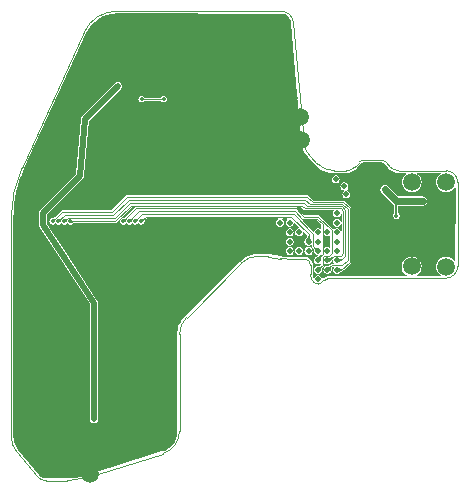
<source format=gbr>
%TF.GenerationSoftware,KiCad,Pcbnew,8.0.0-rc1-4-g5bc78f7d9f*%
%TF.CreationDate,2024-02-10T18:12:35-05:00*%
%TF.ProjectId,cafeFlex,63616665-466c-4657-982e-6b696361645f,3*%
%TF.SameCoordinates,Original*%
%TF.FileFunction,Copper,L2,Bot*%
%TF.FilePolarity,Positive*%
%FSLAX46Y46*%
G04 Gerber Fmt 4.6, Leading zero omitted, Abs format (unit mm)*
G04 Created by KiCad (PCBNEW 8.0.0-rc1-4-g5bc78f7d9f) date 2024-02-10 18:12:35*
%MOMM*%
%LPD*%
G01*
G04 APERTURE LIST*
%TA.AperFunction,ViaPad*%
%ADD10C,0.350000*%
%TD*%
%TA.AperFunction,ViaPad*%
%ADD11C,0.500000*%
%TD*%
%TA.AperFunction,ViaPad*%
%ADD12C,1.500000*%
%TD*%
%TA.AperFunction,Conductor*%
%ADD13C,0.152400*%
%TD*%
%TA.AperFunction,Conductor*%
%ADD14C,0.500000*%
%TD*%
%TA.AperFunction,Conductor*%
%ADD15C,0.600000*%
%TD*%
%TA.AperFunction,Conductor*%
%ADD16C,0.088900*%
%TD*%
%TA.AperFunction,Profile*%
%ADD17C,0.010000*%
%TD*%
G04 APERTURE END LIST*
D10*
X190718409Y-59144618D03*
X189939794Y-60932549D03*
X190124865Y-66454145D03*
X189747101Y-67760578D03*
X189747101Y-69570695D03*
X186669901Y-70460014D03*
X188396742Y-71846120D03*
D11*
X188389458Y-70639587D03*
X188841649Y-65791740D03*
D10*
X184636650Y-71722255D03*
X184391649Y-70051740D03*
X216091649Y-74481740D03*
X215201649Y-73980000D03*
X215199458Y-72729587D03*
D11*
X217421649Y-72729587D03*
D12*
X216483292Y-78281754D03*
X219404986Y-71157675D03*
X219412894Y-78291054D03*
X216499550Y-71139183D03*
D11*
X214229458Y-71759587D03*
D10*
X189601649Y-91221740D03*
D11*
X191631649Y-63001740D03*
D10*
X207601513Y-73677220D03*
X183165873Y-85821778D03*
X198481373Y-67227912D03*
X183146125Y-88112582D03*
X205915671Y-58047132D03*
X206249458Y-59379587D03*
X211841467Y-76505591D03*
X217690356Y-74491331D03*
X207248140Y-75870802D03*
X199251649Y-77141740D03*
X198899550Y-70139183D03*
X194097226Y-71070896D03*
X185210588Y-95511229D03*
X187029458Y-79129587D03*
X212634992Y-75372584D03*
X193659550Y-67379183D03*
X198419458Y-57059587D03*
X211659458Y-70409587D03*
X206539458Y-62839587D03*
X189399550Y-58539183D03*
X189689458Y-63899587D03*
X207107375Y-71149902D03*
X208599550Y-73739183D03*
X211321109Y-78586848D03*
X206359458Y-60699587D03*
X187509458Y-76439587D03*
X199249022Y-71849298D03*
X193839550Y-68429183D03*
X187385182Y-67948472D03*
X204425630Y-67549613D03*
X191032215Y-94342768D03*
X186802932Y-66571226D03*
X196393635Y-89930359D03*
X183205370Y-93049658D03*
X199439550Y-70939183D03*
X190317481Y-62714240D03*
X213089458Y-71799587D03*
X195039267Y-57181093D03*
D12*
X207150609Y-67586388D03*
D10*
X190689458Y-87999587D03*
X216089458Y-73489587D03*
X194893866Y-71774903D03*
X214967485Y-70678600D03*
X207839797Y-74618133D03*
X196589458Y-57059587D03*
X194358314Y-58417829D03*
X185431649Y-70561740D03*
X204699550Y-64639183D03*
X194961649Y-88971740D03*
X195949550Y-64679183D03*
X183146125Y-73755563D03*
X209399550Y-74187455D03*
D12*
X189231852Y-95879163D03*
D10*
X190459458Y-68709587D03*
X189799550Y-57839183D03*
X214851539Y-74467526D03*
X196247316Y-83900707D03*
X206399550Y-61439183D03*
X187564336Y-67097491D03*
X186389458Y-68989587D03*
X183165873Y-83136009D03*
X186910710Y-69586144D03*
X201799550Y-57139183D03*
X195399550Y-65929183D03*
X205999550Y-64639183D03*
X193619550Y-64689183D03*
X191399550Y-57639183D03*
X214910773Y-76578408D03*
X200071649Y-59131740D03*
X193679550Y-65789183D03*
X198411379Y-74552937D03*
X194759550Y-66839183D03*
X195329550Y-63329183D03*
X192209550Y-67199183D03*
X213707620Y-78830856D03*
X198699550Y-69209183D03*
X190961649Y-85771740D03*
X206300181Y-71418967D03*
X213149458Y-78129587D03*
X194541649Y-75821740D03*
X184969458Y-68279587D03*
X200899550Y-57039183D03*
X205569221Y-71688032D03*
X217671093Y-76914073D03*
D12*
X188693417Y-62163701D03*
D10*
X186007936Y-66257707D03*
X205098661Y-67128968D03*
X193648327Y-94063578D03*
X205599550Y-62839183D03*
X197309340Y-71833983D03*
X206099550Y-63139183D03*
X206399550Y-62139183D03*
X217684405Y-73479593D03*
X206699550Y-64039183D03*
X197606639Y-70495644D03*
X193761329Y-59224865D03*
X188515471Y-60632608D03*
X191699550Y-68329183D03*
X204899550Y-62839183D03*
X219922131Y-73473642D03*
X206199550Y-58639183D03*
X199899550Y-70139183D03*
X204483189Y-58215659D03*
X208729959Y-70974304D03*
X199899550Y-57039183D03*
X186961649Y-80971740D03*
X210099458Y-72319587D03*
X194961649Y-90571740D03*
X202257669Y-68023587D03*
X184561649Y-77771740D03*
X203601649Y-60101740D03*
X214859822Y-75497130D03*
X205299550Y-64839183D03*
X217673597Y-75504259D03*
X184561649Y-84971740D03*
X192211016Y-94456512D03*
X214851539Y-73473642D03*
X200899550Y-70139183D03*
X194161649Y-82571740D03*
X203959550Y-72059783D03*
X215302595Y-78854661D03*
X200399550Y-70539183D03*
X217915259Y-78075028D03*
X204811356Y-71876377D03*
X204499550Y-63339183D03*
X212529243Y-78824904D03*
X187669458Y-70299587D03*
X206005302Y-70775256D03*
X192561649Y-84171740D03*
X184609458Y-75669587D03*
X189909458Y-70549587D03*
X219928082Y-74491331D03*
X204352018Y-68327805D03*
X201399550Y-70539183D03*
X194961649Y-86571740D03*
X198511649Y-62911740D03*
X191729550Y-60539183D03*
X187449219Y-69047635D03*
X203151649Y-63111740D03*
X186961649Y-85771740D03*
X191459550Y-61179183D03*
X197180508Y-65964937D03*
X196661657Y-76112404D03*
X191551649Y-79351740D03*
X183165873Y-80785960D03*
X183067131Y-90600869D03*
X207359458Y-68869587D03*
X200350576Y-67973068D03*
X190399550Y-57539183D03*
X203799550Y-58239183D03*
X188981508Y-59622861D03*
X191709550Y-64139183D03*
X196413187Y-87329968D03*
X191524437Y-57057119D03*
X191469550Y-65469183D03*
X183722354Y-71252051D03*
D12*
X207009134Y-65633781D03*
D10*
X201254599Y-76197775D03*
X201999550Y-57739183D03*
X190689458Y-90539587D03*
X203581649Y-65561740D03*
X217952257Y-70660118D03*
X204559458Y-74399587D03*
X199149458Y-57059587D03*
X206309458Y-60099587D03*
X184561649Y-80171740D03*
X190840281Y-57139471D03*
X189501649Y-77661740D03*
X206097691Y-68380385D03*
X186961649Y-83371740D03*
X200351649Y-65951740D03*
X203099550Y-58239183D03*
X195761649Y-80971740D03*
X196393635Y-92081057D03*
X205908402Y-67297226D03*
X191731649Y-76201740D03*
X201899550Y-70139183D03*
X187539458Y-62559587D03*
X197361649Y-79281740D03*
X195299550Y-57639183D03*
X183165873Y-77507742D03*
X205210920Y-58185018D03*
X191729550Y-61849183D03*
X196491649Y-60671740D03*
X193959550Y-61499183D03*
X184561649Y-89771740D03*
X208399550Y-72439183D03*
X209304363Y-76332856D03*
X202430220Y-58162037D03*
X204499550Y-64039183D03*
X206099550Y-63839183D03*
X184561649Y-82571740D03*
X184561649Y-87371740D03*
X197609458Y-57049587D03*
X191068143Y-71645218D03*
X195840270Y-57154393D03*
X207869458Y-69479587D03*
X193629550Y-63549183D03*
D11*
X206161649Y-74571740D03*
X205361649Y-74571740D03*
D10*
X187089797Y-74468133D03*
D11*
X210161649Y-77771740D03*
X206961649Y-76971740D03*
X206161649Y-76171740D03*
X208561649Y-76971740D03*
D10*
X193089797Y-74468133D03*
X186589797Y-74468133D03*
D11*
X209361649Y-78571740D03*
D10*
X187589797Y-74468133D03*
D11*
X209361649Y-77771740D03*
X206161649Y-75371740D03*
X206961649Y-75371740D03*
X208561649Y-79371740D03*
D10*
X192089797Y-74468133D03*
D11*
X208561649Y-78571740D03*
X207761649Y-76971740D03*
D10*
X193589797Y-74468133D03*
D11*
X207761649Y-76171740D03*
X210161649Y-78571740D03*
D10*
X186089797Y-74468133D03*
D11*
X206161649Y-76971740D03*
D10*
X192589797Y-74468133D03*
D11*
X208561649Y-77771740D03*
X210161649Y-76971740D03*
X210161649Y-76171740D03*
D10*
X193631433Y-64098950D03*
X195499550Y-64108357D03*
D11*
X208561649Y-76171740D03*
X208561649Y-75371740D03*
X209361649Y-75371740D03*
X209361649Y-76971740D03*
X210961649Y-72171740D03*
X210161649Y-74571740D03*
X210161649Y-73771740D03*
X210057417Y-70909284D03*
X210161649Y-75371740D03*
X210800251Y-71508218D03*
D13*
X215199458Y-73977809D02*
X215199458Y-72729587D01*
X215201649Y-73980000D02*
X215199458Y-73977809D01*
D14*
X188389458Y-70639587D02*
X188841649Y-65791740D01*
D13*
X216971649Y-72739587D02*
X216981649Y-72729587D01*
D15*
X216981649Y-72729587D02*
X217419458Y-72729587D01*
X215199458Y-72729587D02*
X216981649Y-72729587D01*
D14*
X188841649Y-65791740D02*
X191631649Y-63001740D01*
X188389458Y-70639587D02*
X188379458Y-70639587D01*
D15*
X214229458Y-71759587D02*
X215199458Y-72729587D01*
D14*
X189601649Y-81381778D02*
X189601649Y-91221740D01*
X185269458Y-74769587D02*
X189601649Y-81381778D01*
X188379458Y-70639587D02*
X185269458Y-73749587D01*
X185269458Y-73749587D02*
X185269458Y-74769587D01*
D16*
X207339797Y-72868133D02*
X192639797Y-72868133D01*
X210559100Y-73190333D02*
X207661997Y-73190333D01*
X207661997Y-73190333D02*
X207339797Y-72868133D01*
X210161649Y-77771740D02*
X210486190Y-77771740D01*
X210884197Y-77373733D02*
X210884197Y-73515429D01*
X187406369Y-74151561D02*
X187089797Y-74468133D01*
X210884197Y-73515429D02*
X210559100Y-73190333D01*
X191356369Y-74151561D02*
X187406369Y-74151561D01*
X192639797Y-72868133D02*
X191356369Y-74151561D01*
X210486190Y-77771740D02*
X210884197Y-77373733D01*
X193689797Y-73868133D02*
X206515666Y-73868133D01*
X208178299Y-76588390D02*
X208561649Y-76971740D01*
X208178299Y-75530766D02*
X208178299Y-76588390D01*
X193089797Y-74468133D02*
X193689797Y-73868133D01*
X206515666Y-73868133D02*
X208178299Y-75530766D01*
X191239797Y-73918133D02*
X187139797Y-73918133D01*
X211061997Y-77695933D02*
X211061996Y-73441781D01*
X211061996Y-73441781D02*
X210632747Y-73012533D01*
X210632747Y-73012533D02*
X207884197Y-73012533D01*
X207489797Y-72618133D02*
X192539797Y-72618133D01*
X192539797Y-72618133D02*
X191239797Y-73918133D01*
X207884197Y-73012533D02*
X207489797Y-72618133D01*
X210569540Y-78188390D02*
X211061997Y-77695933D01*
X209361649Y-78571740D02*
X209744999Y-78188390D01*
X187139797Y-73918133D02*
X186589797Y-74468133D01*
X209744999Y-78188390D02*
X210569540Y-78188390D01*
X192739797Y-73118133D02*
X191389797Y-74468133D01*
X210489797Y-77368133D02*
X210706397Y-77151533D01*
X209361649Y-77771740D02*
X209486190Y-77771740D01*
X207189797Y-73118133D02*
X192739797Y-73118133D01*
X210485453Y-73368133D02*
X207439797Y-73368133D01*
X207439797Y-73368133D02*
X207189797Y-73118133D01*
X191389797Y-74468133D02*
X187589797Y-74468133D01*
X209486190Y-77771740D02*
X209889797Y-77368133D01*
X210706397Y-73589077D02*
X210485453Y-73368133D01*
X210706397Y-77151533D02*
X210706397Y-73589077D01*
X209889797Y-77368133D02*
X210489797Y-77368133D01*
X209513808Y-77368133D02*
X209744999Y-77136942D01*
X208944999Y-78188390D02*
X208944999Y-77512931D01*
X208600181Y-74068133D02*
X207364797Y-74068133D01*
X208561649Y-78571740D02*
X208944999Y-78188390D01*
X208944999Y-77512931D02*
X209089797Y-77368133D01*
X193189797Y-73368133D02*
X192089797Y-74468133D01*
X209744999Y-75212951D02*
X208600181Y-74068133D01*
X206664797Y-73368133D02*
X193189797Y-73368133D01*
X209744999Y-77136942D02*
X209744999Y-75212951D01*
X209089797Y-77368133D02*
X209513808Y-77368133D01*
X207364797Y-74068133D02*
X206664797Y-73368133D01*
X207761649Y-76171740D02*
X207761649Y-75564644D01*
X206276592Y-74079587D02*
X193978343Y-74079587D01*
X207761649Y-75564644D02*
X206276592Y-74079587D01*
X193978343Y-74079587D02*
X193589797Y-74468133D01*
X210706394Y-72834733D02*
X208106397Y-72834733D01*
X211239795Y-73368133D02*
X210706394Y-72834733D01*
X207639797Y-72368133D02*
X192414073Y-72368133D01*
X210536190Y-78571740D02*
X211239797Y-77868133D01*
X208106397Y-72834733D02*
X207639797Y-72368133D01*
X210161649Y-78571740D02*
X210536190Y-78571740D01*
X191114073Y-73668133D02*
X186889797Y-73668133D01*
X211239797Y-77868133D02*
X211239795Y-73368133D01*
X192414073Y-72368133D02*
X191114073Y-73668133D01*
X186889797Y-73668133D02*
X186089797Y-74468133D01*
X208944999Y-77212931D02*
X208944999Y-74673335D01*
X206573477Y-73618133D02*
X193439797Y-73618133D01*
X208561649Y-77596281D02*
X208944999Y-77212931D01*
X208561649Y-77771740D02*
X208561649Y-77596281D01*
X208517597Y-74245933D02*
X207201277Y-74245933D01*
X208944999Y-74673335D02*
X208517597Y-74245933D01*
X193439797Y-73618133D02*
X192589797Y-74468133D01*
X207201277Y-74245933D02*
X206573477Y-73618133D01*
X195499550Y-64108357D02*
X193640840Y-64108357D01*
X193640840Y-64108357D02*
X193631433Y-64098950D01*
%TA.AperFunction,Conductor*%
G36*
X209150226Y-75637391D02*
G01*
X209177982Y-75660681D01*
X209189332Y-75670205D01*
X209301804Y-75711140D01*
X209421494Y-75711140D01*
X209533965Y-75670205D01*
X209533965Y-75670204D01*
X209533967Y-75670204D01*
X209539769Y-75665334D01*
X209571485Y-75655334D01*
X209600983Y-75670689D01*
X209611149Y-75698619D01*
X209611149Y-76644860D01*
X209598423Y-76675584D01*
X209567699Y-76688310D01*
X209539772Y-76678146D01*
X209533967Y-76673276D01*
X209533966Y-76673275D01*
X209421494Y-76632340D01*
X209301804Y-76632340D01*
X209189332Y-76673274D01*
X209171414Y-76688310D01*
X209156611Y-76700732D01*
X209150228Y-76706088D01*
X209118512Y-76716088D01*
X209089014Y-76700732D01*
X209078849Y-76672803D01*
X209078849Y-75670676D01*
X209091575Y-75639952D01*
X209122299Y-75627226D01*
X209150226Y-75637391D01*
G37*
%TD.AperFunction*%
%TA.AperFunction,Conductor*%
G36*
X208474881Y-74392509D02*
G01*
X208798423Y-74716051D01*
X208811149Y-74746775D01*
X208811149Y-75044860D01*
X208798423Y-75075584D01*
X208767699Y-75088310D01*
X208739772Y-75078146D01*
X208733967Y-75073276D01*
X208733966Y-75073275D01*
X208621494Y-75032340D01*
X208501804Y-75032340D01*
X208389332Y-75073274D01*
X208297643Y-75150212D01*
X208237796Y-75253870D01*
X208230240Y-75296722D01*
X208212372Y-75324769D01*
X208179905Y-75331967D01*
X208156726Y-75319901D01*
X207290782Y-74453957D01*
X207278056Y-74423233D01*
X207290782Y-74392509D01*
X207321506Y-74379783D01*
X208444157Y-74379783D01*
X208474881Y-74392509D01*
G37*
%TD.AperFunction*%
%TA.AperFunction,Conductor*%
G36*
X207147080Y-73264708D02*
G01*
X207363976Y-73481605D01*
X207370442Y-73484283D01*
X207413173Y-73501983D01*
X209850231Y-73501983D01*
X209880955Y-73514709D01*
X209893681Y-73545433D01*
X209887860Y-73567155D01*
X209858169Y-73618583D01*
X209837796Y-73653870D01*
X209817013Y-73771740D01*
X209837796Y-73889610D01*
X209837796Y-73889611D01*
X209837797Y-73889612D01*
X209897643Y-73993268D01*
X209967616Y-74051983D01*
X209989332Y-74070205D01*
X210101804Y-74111140D01*
X210221494Y-74111140D01*
X210333965Y-74070205D01*
X210333965Y-74070204D01*
X210333967Y-74070204D01*
X210425655Y-73993268D01*
X210485501Y-73889612D01*
X210486307Y-73885042D01*
X210504174Y-73856994D01*
X210536641Y-73849796D01*
X210564689Y-73867663D01*
X210572547Y-73892586D01*
X210572547Y-74450893D01*
X210559821Y-74481617D01*
X210529097Y-74494343D01*
X210498373Y-74481617D01*
X210486307Y-74458438D01*
X210486028Y-74456859D01*
X210485501Y-74453868D01*
X210425655Y-74350212D01*
X210339014Y-74277511D01*
X210333965Y-74273274D01*
X210221494Y-74232340D01*
X210101804Y-74232340D01*
X209989332Y-74273274D01*
X209897643Y-74350212D01*
X209837796Y-74453869D01*
X209817013Y-74571740D01*
X209837796Y-74689610D01*
X209837796Y-74689611D01*
X209837797Y-74689612D01*
X209897643Y-74793268D01*
X209954517Y-74840991D01*
X209989332Y-74870205D01*
X210101804Y-74911140D01*
X210221494Y-74911140D01*
X210333965Y-74870205D01*
X210333965Y-74870204D01*
X210333967Y-74870204D01*
X210425655Y-74793268D01*
X210485501Y-74689612D01*
X210486307Y-74685042D01*
X210504174Y-74656994D01*
X210536641Y-74649796D01*
X210564689Y-74667663D01*
X210572547Y-74692586D01*
X210572547Y-75250893D01*
X210559821Y-75281617D01*
X210529097Y-75294343D01*
X210498373Y-75281617D01*
X210486307Y-75258438D01*
X210485501Y-75253870D01*
X210485501Y-75253868D01*
X210425655Y-75150212D01*
X210333967Y-75073276D01*
X210333965Y-75073274D01*
X210221494Y-75032340D01*
X210101804Y-75032340D01*
X209989332Y-75073274D01*
X209913956Y-75136524D01*
X209882240Y-75146524D01*
X209855303Y-75133963D01*
X208676002Y-73954662D01*
X208676001Y-73954661D01*
X208626805Y-73934283D01*
X208626803Y-73934283D01*
X207438238Y-73934283D01*
X207407514Y-73921557D01*
X207130476Y-73644519D01*
X206812112Y-73326156D01*
X206799387Y-73295433D01*
X206812113Y-73264709D01*
X206842837Y-73251983D01*
X207116357Y-73251983D01*
X207147080Y-73264708D01*
G37*
%TD.AperFunction*%
%TA.AperFunction,Conductor*%
G36*
X205466216Y-56878361D02*
G01*
X205466217Y-56878362D01*
X205466282Y-56878362D01*
X205480075Y-56878382D01*
X205484059Y-56878574D01*
X205627373Y-56892117D01*
X205635276Y-56893612D01*
X205721350Y-56918342D01*
X205771675Y-56932801D01*
X205779174Y-56935732D01*
X205905990Y-56999407D01*
X205912819Y-57003670D01*
X206025719Y-57089654D01*
X206031644Y-57095105D01*
X206126733Y-57200433D01*
X206131551Y-57206883D01*
X206205582Y-57327957D01*
X206209128Y-57335185D01*
X206259549Y-57467832D01*
X206261700Y-57475590D01*
X206287174Y-57617442D01*
X206287701Y-57621433D01*
X206288919Y-57635729D01*
X206288919Y-57635733D01*
X207152418Y-67781865D01*
X207152510Y-67782360D01*
X207159615Y-67865573D01*
X207209590Y-68112439D01*
X207209596Y-68112462D01*
X207287531Y-68351958D01*
X207287536Y-68351969D01*
X207392409Y-68580964D01*
X207392416Y-68580977D01*
X207522837Y-68796432D01*
X207522842Y-68796439D01*
X207522845Y-68796444D01*
X207677114Y-68995551D01*
X207677117Y-68995554D01*
X207677120Y-68995557D01*
X207735648Y-69055467D01*
X207735741Y-69055583D01*
X207773802Y-69094514D01*
X207773802Y-69094515D01*
X207773803Y-69094515D01*
X207773804Y-69094516D01*
X207791610Y-69112731D01*
X207791611Y-69112731D01*
X207797652Y-69118911D01*
X207797708Y-69118968D01*
X208338678Y-69672325D01*
X208338679Y-69672326D01*
X208338678Y-69672326D01*
X208352670Y-69686638D01*
X208352688Y-69686682D01*
X208452374Y-69788689D01*
X208645996Y-69946190D01*
X208646000Y-69946193D01*
X208752110Y-70014066D01*
X208856249Y-70080679D01*
X209080417Y-70190421D01*
X209315598Y-70273994D01*
X209558749Y-70330316D01*
X209806723Y-70358660D01*
X209930728Y-70358633D01*
X209938371Y-70358633D01*
X209969410Y-70358633D01*
X209978049Y-70358633D01*
X209978051Y-70358631D01*
X210936435Y-70358610D01*
X210936436Y-70358611D01*
X210974329Y-70358610D01*
X210988164Y-70358610D01*
X211059220Y-70358624D01*
X211227284Y-70334530D01*
X211390229Y-70286833D01*
X211544757Y-70216498D01*
X211672003Y-70135025D01*
X211687740Y-70124950D01*
X211687740Y-70124949D01*
X211687743Y-70124948D01*
X211816291Y-70014037D01*
X211871356Y-69950788D01*
X211871357Y-69950789D01*
X211871359Y-69950783D01*
X211896651Y-69921746D01*
X211897224Y-69921102D01*
X211901498Y-69916401D01*
X211901930Y-69915683D01*
X212221600Y-69548657D01*
X212225971Y-69544307D01*
X212285434Y-69493008D01*
X212295812Y-69486362D01*
X212364438Y-69455125D01*
X212376259Y-69451664D01*
X212439373Y-69442610D01*
X212453900Y-69440527D01*
X212460069Y-69440087D01*
X213863992Y-69440087D01*
X213863994Y-69440088D01*
X213898787Y-69440087D01*
X213904950Y-69440526D01*
X213982675Y-69451664D01*
X213994502Y-69455125D01*
X214063116Y-69486352D01*
X214073498Y-69492999D01*
X214132841Y-69544196D01*
X214137223Y-69548558D01*
X214460176Y-69919368D01*
X214460185Y-69919380D01*
X214461985Y-69921447D01*
X214461986Y-69921448D01*
X214474853Y-69936221D01*
X214474869Y-69936269D01*
X214542596Y-70014060D01*
X214542608Y-70014072D01*
X214671153Y-70124976D01*
X214671157Y-70124978D01*
X214671160Y-70124981D01*
X214814155Y-70216533D01*
X214968694Y-70286868D01*
X215131649Y-70334562D01*
X215299723Y-70358652D01*
X215384619Y-70358633D01*
X216012087Y-70358633D01*
X216042811Y-70371359D01*
X216055537Y-70402083D01*
X216042811Y-70432807D01*
X216037626Y-70437235D01*
X215934787Y-70511951D01*
X215816720Y-70643078D01*
X215728494Y-70795891D01*
X215728494Y-70795892D01*
X215673970Y-70963699D01*
X215655526Y-71139183D01*
X215673970Y-71314666D01*
X215728494Y-71482473D01*
X215728494Y-71482474D01*
X215728495Y-71482476D01*
X215728496Y-71482478D01*
X215816720Y-71635288D01*
X215934788Y-71766415D01*
X216077538Y-71870129D01*
X216077541Y-71870130D01*
X216077542Y-71870131D01*
X216238725Y-71941895D01*
X216238732Y-71941898D01*
X216411325Y-71978583D01*
X216411328Y-71978583D01*
X216587772Y-71978583D01*
X216587775Y-71978583D01*
X216760368Y-71941898D01*
X216921562Y-71870129D01*
X217064312Y-71766415D01*
X217182380Y-71635288D01*
X217270604Y-71482478D01*
X217325130Y-71314665D01*
X217343574Y-71139183D01*
X217325130Y-70963701D01*
X217270604Y-70795888D01*
X217182380Y-70643078D01*
X217064312Y-70511951D01*
X216961473Y-70437234D01*
X216944098Y-70408880D01*
X216951861Y-70376544D01*
X216980216Y-70359168D01*
X216987013Y-70358633D01*
X218942975Y-70358633D01*
X218973699Y-70371359D01*
X218986425Y-70402083D01*
X218973699Y-70432807D01*
X218968514Y-70437235D01*
X218840223Y-70530443D01*
X218722156Y-70661570D01*
X218633930Y-70814383D01*
X218633930Y-70814384D01*
X218579406Y-70982191D01*
X218560962Y-71157675D01*
X218579406Y-71333158D01*
X218633930Y-71500965D01*
X218633930Y-71500966D01*
X218633931Y-71500968D01*
X218633932Y-71500970D01*
X218722156Y-71653780D01*
X218840224Y-71784907D01*
X218982974Y-71888621D01*
X218982977Y-71888622D01*
X218982978Y-71888623D01*
X219121306Y-71950211D01*
X219144168Y-71960390D01*
X219316761Y-71997075D01*
X219316764Y-71997075D01*
X219493208Y-71997075D01*
X219493211Y-71997075D01*
X219665804Y-71960390D01*
X219826998Y-71888621D01*
X219969748Y-71784907D01*
X220087816Y-71653780D01*
X220126428Y-71586901D01*
X220152810Y-71566658D01*
X220185781Y-71570998D01*
X220206025Y-71597381D01*
X220207506Y-71608674D01*
X220200854Y-77814930D01*
X220188095Y-77845640D01*
X220157357Y-77858333D01*
X220126647Y-77845574D01*
X220119777Y-77836611D01*
X220095724Y-77794949D01*
X219977656Y-77663822D01*
X219834906Y-77560108D01*
X219834904Y-77560107D01*
X219834901Y-77560105D01*
X219673718Y-77488341D01*
X219673715Y-77488340D01*
X219673712Y-77488339D01*
X219501119Y-77451654D01*
X219324669Y-77451654D01*
X219152076Y-77488339D01*
X219152073Y-77488339D01*
X219152069Y-77488341D01*
X218990886Y-77560105D01*
X218990880Y-77560109D01*
X218848131Y-77663822D01*
X218730064Y-77794949D01*
X218641838Y-77947762D01*
X218641838Y-77947763D01*
X218587314Y-78115570D01*
X218568870Y-78291054D01*
X218587314Y-78466537D01*
X218641838Y-78634344D01*
X218641838Y-78634345D01*
X218641839Y-78634347D01*
X218641840Y-78634349D01*
X218730064Y-78787159D01*
X218848132Y-78918286D01*
X218959345Y-78999087D01*
X218976720Y-79027440D01*
X218968957Y-79059776D01*
X218940602Y-79077152D01*
X218933807Y-79077687D01*
X216949478Y-79077763D01*
X216918753Y-79065038D01*
X216906026Y-79034315D01*
X216918751Y-79003590D01*
X216923926Y-78999169D01*
X217048054Y-78908986D01*
X217166122Y-78777859D01*
X217254346Y-78625049D01*
X217308872Y-78457236D01*
X217327316Y-78281754D01*
X217308872Y-78106272D01*
X217254346Y-77938459D01*
X217166122Y-77785649D01*
X217048054Y-77654522D01*
X216905304Y-77550808D01*
X216905302Y-77550807D01*
X216905299Y-77550805D01*
X216744116Y-77479041D01*
X216744113Y-77479040D01*
X216744110Y-77479039D01*
X216571517Y-77442354D01*
X216395067Y-77442354D01*
X216222474Y-77479039D01*
X216222471Y-77479039D01*
X216222467Y-77479041D01*
X216061284Y-77550805D01*
X216061278Y-77550809D01*
X215918529Y-77654522D01*
X215800462Y-77785649D01*
X215712236Y-77938462D01*
X215712236Y-77938463D01*
X215657712Y-78106270D01*
X215639268Y-78281754D01*
X215657712Y-78457237D01*
X215712236Y-78625044D01*
X215712236Y-78625045D01*
X215712237Y-78625047D01*
X215712238Y-78625049D01*
X215800462Y-78777859D01*
X215918530Y-78908986D01*
X216040387Y-78997520D01*
X216042695Y-78999197D01*
X216060071Y-79027552D01*
X216052308Y-79059888D01*
X216023953Y-79077264D01*
X216017158Y-79077799D01*
X209456911Y-79078047D01*
X209456887Y-79078047D01*
X209439343Y-79078038D01*
X209439037Y-79078048D01*
X209434697Y-79078049D01*
X209431424Y-79078699D01*
X209426167Y-79080146D01*
X209377325Y-79087276D01*
X209377323Y-79087276D01*
X209329959Y-79101402D01*
X209324663Y-79102290D01*
X209321370Y-79103092D01*
X209317600Y-79104843D01*
X209317229Y-79105000D01*
X209288492Y-79118367D01*
X209287056Y-79119035D01*
X209287030Y-79119047D01*
X209249882Y-79136300D01*
X209249844Y-79136321D01*
X208961120Y-79270459D01*
X208957996Y-79271764D01*
X208940919Y-79278127D01*
X208907686Y-79276929D01*
X208888630Y-79256449D01*
X208887401Y-79257160D01*
X208885501Y-79253869D01*
X208885501Y-79253868D01*
X208825655Y-79150212D01*
X208750653Y-79087277D01*
X208733965Y-79073274D01*
X208621494Y-79032340D01*
X208501804Y-79032340D01*
X208389332Y-79073274D01*
X208297643Y-79150212D01*
X208253070Y-79227414D01*
X208226686Y-79247659D01*
X208193716Y-79243318D01*
X208173883Y-79218369D01*
X208153651Y-79152056D01*
X208152445Y-79147058D01*
X208136423Y-79057816D01*
X208135818Y-79052729D01*
X208130372Y-78960804D01*
X208130297Y-78958235D01*
X208130300Y-78921748D01*
X208130298Y-78921744D01*
X208130299Y-78917860D01*
X208130297Y-78917826D01*
X208130297Y-78576584D01*
X208132031Y-78572396D01*
X208130297Y-78566895D01*
X208130297Y-78126123D01*
X208130269Y-78125839D01*
X208130269Y-78124116D01*
X208130271Y-78100137D01*
X208103743Y-77966733D01*
X208073596Y-77893941D01*
X208051702Y-77841077D01*
X208051697Y-77841067D01*
X207976136Y-77727971D01*
X207879961Y-77631790D01*
X207766869Y-77556221D01*
X207641207Y-77504169D01*
X207641205Y-77504168D01*
X207641204Y-77504168D01*
X207641198Y-77504167D01*
X207507806Y-77477633D01*
X207507804Y-77477633D01*
X207477690Y-77477633D01*
X206188398Y-77477633D01*
X206187276Y-77477619D01*
X205940565Y-77471244D01*
X205938323Y-77471128D01*
X205692843Y-77452067D01*
X205690610Y-77451835D01*
X205445960Y-77420057D01*
X205444849Y-77419898D01*
X204396487Y-77256093D01*
X204396486Y-77256092D01*
X204380745Y-77253633D01*
X204380733Y-77253630D01*
X204341049Y-77247430D01*
X204340950Y-77247424D01*
X204326493Y-77245167D01*
X204326482Y-77245165D01*
X204213892Y-77233488D01*
X204100826Y-77227638D01*
X204100861Y-77227638D01*
X204086710Y-77227637D01*
X204086668Y-77227633D01*
X204082135Y-77227633D01*
X204044246Y-77227633D01*
X204006353Y-77227632D01*
X204006352Y-77227632D01*
X204001299Y-77227632D01*
X204001291Y-77227633D01*
X203492093Y-77227633D01*
X203492051Y-77227615D01*
X203351884Y-77227579D01*
X203351575Y-77227579D01*
X203351574Y-77227579D01*
X203351569Y-77227579D01*
X203351567Y-77227579D01*
X203108114Y-77254887D01*
X202869211Y-77309173D01*
X202637865Y-77389754D01*
X202637858Y-77389757D01*
X202416924Y-77495639D01*
X202416920Y-77495641D01*
X202209180Y-77625491D01*
X202017206Y-77777702D01*
X202017199Y-77777709D01*
X201931617Y-77862771D01*
X201931608Y-77862780D01*
X197308813Y-82454777D01*
X197308754Y-82454800D01*
X197208430Y-82554509D01*
X197208424Y-82554515D01*
X197208420Y-82554519D01*
X197208419Y-82554521D01*
X197053824Y-82747245D01*
X197053821Y-82747248D01*
X196921871Y-82956143D01*
X196814250Y-83178538D01*
X196814246Y-83178548D01*
X196732311Y-83411643D01*
X196732310Y-83411646D01*
X196677103Y-83652479D01*
X196649324Y-83897994D01*
X196649324Y-83897998D01*
X196649305Y-83979631D01*
X196649297Y-83979729D01*
X196649297Y-92216542D01*
X196649210Y-92219297D01*
X196634929Y-92444089D01*
X196634232Y-92449552D01*
X196591893Y-92669369D01*
X196590510Y-92674701D01*
X196520702Y-92887394D01*
X196518656Y-92892507D01*
X196422504Y-93094655D01*
X196419828Y-93099469D01*
X196298872Y-93287835D01*
X196295608Y-93292272D01*
X196151797Y-93463819D01*
X196147999Y-93467807D01*
X195983633Y-93619791D01*
X195979360Y-93623266D01*
X195797098Y-93753228D01*
X195792420Y-93756135D01*
X195595176Y-93861998D01*
X195590167Y-93864290D01*
X195379379Y-93945014D01*
X195376777Y-93945917D01*
X188760856Y-96009293D01*
X188759279Y-96009753D01*
X188410961Y-96104103D01*
X188407762Y-96104841D01*
X188054036Y-96172484D01*
X188050790Y-96172978D01*
X187692978Y-96213717D01*
X187689704Y-96213965D01*
X187655767Y-96215248D01*
X187328977Y-96227602D01*
X187327345Y-96227633D01*
X185600477Y-96227633D01*
X185600446Y-96227630D01*
X185596051Y-96227630D01*
X185588707Y-96227630D01*
X185560066Y-96227632D01*
X185556265Y-96227466D01*
X185420848Y-96215581D01*
X185413361Y-96214256D01*
X185283938Y-96179443D01*
X185276796Y-96176832D01*
X185155433Y-96119993D01*
X185148855Y-96116178D01*
X185039251Y-96039047D01*
X185033440Y-96034144D01*
X184937876Y-95937996D01*
X184935314Y-95935182D01*
X184068219Y-94894668D01*
X183200507Y-93853413D01*
X183198956Y-93851439D01*
X183076673Y-93686114D01*
X183073922Y-93681905D01*
X182972187Y-93504653D01*
X182969950Y-93500174D01*
X182889367Y-93312336D01*
X182887663Y-93307625D01*
X182829326Y-93111746D01*
X182828177Y-93106875D01*
X182792862Y-92905565D01*
X182792282Y-92900578D01*
X182791814Y-92892507D01*
X182780370Y-92694930D01*
X182780297Y-92692416D01*
X182780298Y-92656147D01*
X182780297Y-92656144D01*
X182780297Y-74744111D01*
X184928078Y-74744111D01*
X184929989Y-74777954D01*
X184930058Y-74780403D01*
X184930058Y-74814272D01*
X184931410Y-74819318D01*
X184932819Y-74828102D01*
X184933114Y-74833328D01*
X184943714Y-74865504D01*
X184944415Y-74867853D01*
X184953187Y-74900591D01*
X184955803Y-74905123D01*
X184959442Y-74913252D01*
X184961076Y-74918212D01*
X184961077Y-74918214D01*
X184979635Y-74946539D01*
X184980920Y-74948626D01*
X184997866Y-74977979D01*
X184997868Y-74977981D01*
X184997870Y-74977984D01*
X185001573Y-74981687D01*
X185007187Y-74988591D01*
X189133052Y-81285867D01*
X189255143Y-81472214D01*
X189262249Y-81496026D01*
X189262249Y-91266429D01*
X189285378Y-91352745D01*
X189330061Y-91430137D01*
X189393252Y-91493328D01*
X189470645Y-91538011D01*
X189500545Y-91546022D01*
X189556959Y-91561139D01*
X189556966Y-91561140D01*
X189646332Y-91561140D01*
X189646338Y-91561139D01*
X189685488Y-91550648D01*
X189732653Y-91538011D01*
X189810046Y-91493328D01*
X189873237Y-91430137D01*
X189917920Y-91352744D01*
X189930557Y-91305579D01*
X189941048Y-91266429D01*
X189941049Y-91266422D01*
X189941049Y-81421237D01*
X189941963Y-81412374D01*
X189943028Y-81407260D01*
X189943028Y-81407258D01*
X189943029Y-81407254D01*
X189941118Y-81373415D01*
X189941049Y-81370966D01*
X189941049Y-81337095D01*
X189941048Y-81337093D01*
X189939695Y-81332041D01*
X189938284Y-81323245D01*
X189937990Y-81318030D01*
X189927386Y-81285843D01*
X189926692Y-81283515D01*
X189917921Y-81250777D01*
X189917920Y-81250776D01*
X189917920Y-81250774D01*
X189915305Y-81246244D01*
X189911664Y-81238111D01*
X189911247Y-81236847D01*
X189910030Y-81233151D01*
X189891451Y-81204795D01*
X189890194Y-81202752D01*
X189873237Y-81173381D01*
X189869536Y-81169680D01*
X189863916Y-81162768D01*
X187118030Y-76971740D01*
X205817013Y-76971740D01*
X205837796Y-77089610D01*
X205837796Y-77089611D01*
X205837797Y-77089612D01*
X205897643Y-77193268D01*
X205971077Y-77254887D01*
X205989332Y-77270205D01*
X206101804Y-77311140D01*
X206221494Y-77311140D01*
X206333965Y-77270205D01*
X206333965Y-77270204D01*
X206333967Y-77270204D01*
X206425655Y-77193268D01*
X206485501Y-77089612D01*
X206506285Y-76971740D01*
X206617013Y-76971740D01*
X206637796Y-77089610D01*
X206637796Y-77089611D01*
X206637797Y-77089612D01*
X206697643Y-77193268D01*
X206771077Y-77254887D01*
X206789332Y-77270205D01*
X206901804Y-77311140D01*
X207021494Y-77311140D01*
X207133965Y-77270205D01*
X207133965Y-77270204D01*
X207133967Y-77270204D01*
X207225655Y-77193268D01*
X207285501Y-77089612D01*
X207306285Y-76971740D01*
X207417013Y-76971740D01*
X207437796Y-77089610D01*
X207437796Y-77089611D01*
X207437797Y-77089612D01*
X207497643Y-77193268D01*
X207571077Y-77254887D01*
X207589332Y-77270205D01*
X207701804Y-77311140D01*
X207821494Y-77311140D01*
X207933965Y-77270205D01*
X207933965Y-77270204D01*
X207933967Y-77270204D01*
X208025655Y-77193268D01*
X208085501Y-77089612D01*
X208106285Y-76971740D01*
X208085501Y-76853868D01*
X208025655Y-76750212D01*
X207936718Y-76675584D01*
X207933965Y-76673274D01*
X207821494Y-76632340D01*
X207701804Y-76632340D01*
X207589332Y-76673274D01*
X207497643Y-76750212D01*
X207437796Y-76853869D01*
X207417013Y-76971740D01*
X207306285Y-76971740D01*
X207285501Y-76853868D01*
X207225655Y-76750212D01*
X207136718Y-76675584D01*
X207133965Y-76673274D01*
X207021494Y-76632340D01*
X206901804Y-76632340D01*
X206789332Y-76673274D01*
X206697643Y-76750212D01*
X206637796Y-76853869D01*
X206617013Y-76971740D01*
X206506285Y-76971740D01*
X206485501Y-76853868D01*
X206425655Y-76750212D01*
X206336718Y-76675584D01*
X206333965Y-76673274D01*
X206221494Y-76632340D01*
X206101804Y-76632340D01*
X205989332Y-76673274D01*
X205897643Y-76750212D01*
X205837796Y-76853869D01*
X205817013Y-76971740D01*
X187118030Y-76971740D01*
X186593884Y-76171740D01*
X205817013Y-76171740D01*
X205837796Y-76289610D01*
X205837796Y-76289611D01*
X205837797Y-76289612D01*
X205897643Y-76393268D01*
X205956608Y-76442746D01*
X205989332Y-76470205D01*
X206101804Y-76511140D01*
X206221494Y-76511140D01*
X206333965Y-76470205D01*
X206333965Y-76470204D01*
X206333967Y-76470204D01*
X206425655Y-76393268D01*
X206485501Y-76289612D01*
X206506285Y-76171740D01*
X206485501Y-76053868D01*
X206425655Y-75950212D01*
X206333967Y-75873276D01*
X206333965Y-75873274D01*
X206221494Y-75832340D01*
X206101804Y-75832340D01*
X205989332Y-75873274D01*
X205897643Y-75950212D01*
X205837796Y-76053869D01*
X205817013Y-76171740D01*
X186593884Y-76171740D01*
X186069738Y-75371740D01*
X205817013Y-75371740D01*
X205837796Y-75489610D01*
X205837796Y-75489611D01*
X205837797Y-75489612D01*
X205897643Y-75593268D01*
X205968347Y-75652596D01*
X205989332Y-75670205D01*
X206101804Y-75711140D01*
X206221494Y-75711140D01*
X206333965Y-75670205D01*
X206333965Y-75670204D01*
X206333967Y-75670204D01*
X206425655Y-75593268D01*
X206485501Y-75489612D01*
X206506285Y-75371740D01*
X206485501Y-75253868D01*
X206425655Y-75150212D01*
X206333967Y-75073276D01*
X206333965Y-75073274D01*
X206221494Y-75032340D01*
X206101804Y-75032340D01*
X205989332Y-75073274D01*
X205897643Y-75150212D01*
X205837796Y-75253869D01*
X205817013Y-75371740D01*
X186069738Y-75371740D01*
X185615964Y-74679148D01*
X185608858Y-74655336D01*
X185608858Y-74468133D01*
X185820217Y-74468133D01*
X185840738Y-74571297D01*
X185864966Y-74607557D01*
X185896890Y-74655336D01*
X185899175Y-74658755D01*
X185986633Y-74717192D01*
X186089796Y-74737713D01*
X186089797Y-74737713D01*
X186089798Y-74737713D01*
X186141379Y-74727452D01*
X186192961Y-74717192D01*
X186280419Y-74658755D01*
X186303669Y-74623957D01*
X186331320Y-74605482D01*
X186363936Y-74611969D01*
X186375923Y-74623956D01*
X186399175Y-74658755D01*
X186486633Y-74717192D01*
X186589796Y-74737713D01*
X186589797Y-74737713D01*
X186589798Y-74737713D01*
X186641379Y-74727452D01*
X186692961Y-74717192D01*
X186780419Y-74658755D01*
X186803669Y-74623957D01*
X186831320Y-74605482D01*
X186863936Y-74611969D01*
X186875923Y-74623956D01*
X186899175Y-74658755D01*
X186986633Y-74717192D01*
X187089796Y-74737713D01*
X187089797Y-74737713D01*
X187089798Y-74737713D01*
X187141379Y-74727452D01*
X187192961Y-74717192D01*
X187280419Y-74658755D01*
X187303669Y-74623957D01*
X187331320Y-74605482D01*
X187363936Y-74611969D01*
X187375923Y-74623956D01*
X187399175Y-74658755D01*
X187486633Y-74717192D01*
X187589796Y-74737713D01*
X187589797Y-74737713D01*
X187589798Y-74737713D01*
X187634720Y-74728777D01*
X187692961Y-74717192D01*
X187696964Y-74714517D01*
X187708347Y-74709308D01*
X187708347Y-74709307D01*
X187708376Y-74709295D01*
X187709548Y-74708759D01*
X187710333Y-74708543D01*
X187767567Y-74679788D01*
X187772773Y-74676965D01*
X187774034Y-74676229D01*
X187779003Y-74673117D01*
X187824595Y-74642560D01*
X187825383Y-74642046D01*
X187852167Y-74625032D01*
X187860969Y-74620748D01*
X187880128Y-74613970D01*
X187890807Y-74611652D01*
X187937389Y-74607558D01*
X187948977Y-74604448D01*
X187952637Y-74603467D01*
X187963896Y-74601983D01*
X191416419Y-74601983D01*
X191416421Y-74601983D01*
X191465617Y-74581605D01*
X192782513Y-73264709D01*
X192813237Y-73251983D01*
X193011757Y-73251983D01*
X193042481Y-73264709D01*
X193055207Y-73295433D01*
X193042481Y-73326157D01*
X192258835Y-74109801D01*
X192248995Y-74117179D01*
X192236996Y-74123755D01*
X192201157Y-74153800D01*
X192191962Y-74159713D01*
X192173631Y-74168464D01*
X192164374Y-74171660D01*
X192133508Y-74178547D01*
X192132462Y-74178767D01*
X192078623Y-74189396D01*
X192072851Y-74190725D01*
X192071486Y-74191085D01*
X192065861Y-74192754D01*
X192018941Y-74208296D01*
X192005002Y-74212914D01*
X192003595Y-74213407D01*
X192001880Y-74214008D01*
X192001207Y-74214257D01*
X191999940Y-74214887D01*
X191989102Y-74218582D01*
X191986635Y-74219072D01*
X191986628Y-74219075D01*
X191899178Y-74277507D01*
X191899174Y-74277511D01*
X191840738Y-74364969D01*
X191840737Y-74364969D01*
X191823054Y-74453869D01*
X191820217Y-74468133D01*
X191840738Y-74571297D01*
X191864966Y-74607557D01*
X191896890Y-74655336D01*
X191899175Y-74658755D01*
X191986633Y-74717192D01*
X192089796Y-74737713D01*
X192089797Y-74737713D01*
X192089798Y-74737713D01*
X192141379Y-74727452D01*
X192192961Y-74717192D01*
X192280419Y-74658755D01*
X192303669Y-74623957D01*
X192331320Y-74605482D01*
X192363936Y-74611969D01*
X192375923Y-74623956D01*
X192399175Y-74658755D01*
X192486633Y-74717192D01*
X192589796Y-74737713D01*
X192589797Y-74737713D01*
X192589798Y-74737713D01*
X192641379Y-74727452D01*
X192692961Y-74717192D01*
X192780419Y-74658755D01*
X192803669Y-74623957D01*
X192831320Y-74605482D01*
X192863936Y-74611969D01*
X192875923Y-74623956D01*
X192899175Y-74658755D01*
X192986633Y-74717192D01*
X193089796Y-74737713D01*
X193089797Y-74737713D01*
X193089798Y-74737713D01*
X193141379Y-74727452D01*
X193192961Y-74717192D01*
X193280419Y-74658755D01*
X193303669Y-74623957D01*
X193331320Y-74605482D01*
X193363936Y-74611969D01*
X193375923Y-74623956D01*
X193399175Y-74658755D01*
X193486633Y-74717192D01*
X193589796Y-74737713D01*
X193589797Y-74737713D01*
X193589798Y-74737713D01*
X193641379Y-74727452D01*
X193692961Y-74717192D01*
X193780419Y-74658755D01*
X193838856Y-74571297D01*
X193839795Y-74566573D01*
X193844159Y-74554850D01*
X193844157Y-74554849D01*
X193844177Y-74554803D01*
X193844623Y-74553604D01*
X193845024Y-74552899D01*
X193865164Y-74492091D01*
X193866856Y-74486384D01*
X193867227Y-74484971D01*
X193868534Y-74479282D01*
X193879159Y-74425458D01*
X193879357Y-74424516D01*
X193886267Y-74393548D01*
X193889462Y-74384297D01*
X193891617Y-74379783D01*
X193898216Y-74365959D01*
X193904126Y-74356769D01*
X193934168Y-74320938D01*
X193942055Y-74307264D01*
X193948968Y-74298253D01*
X194021060Y-74226163D01*
X194051783Y-74213437D01*
X205141267Y-74213437D01*
X205171991Y-74226163D01*
X205184717Y-74256887D01*
X205171991Y-74287611D01*
X205169203Y-74290164D01*
X205116626Y-74334283D01*
X205097643Y-74350212D01*
X205037796Y-74453869D01*
X205017013Y-74571740D01*
X205037796Y-74689610D01*
X205037796Y-74689611D01*
X205037797Y-74689612D01*
X205097643Y-74793268D01*
X205154517Y-74840991D01*
X205189332Y-74870205D01*
X205301804Y-74911140D01*
X205421494Y-74911140D01*
X205533965Y-74870205D01*
X205533965Y-74870204D01*
X205533967Y-74870204D01*
X205625655Y-74793268D01*
X205685501Y-74689612D01*
X205706285Y-74571740D01*
X205685501Y-74453868D01*
X205625655Y-74350212D01*
X205554101Y-74290170D01*
X205538746Y-74260674D01*
X205548746Y-74228958D01*
X205578244Y-74213602D01*
X205582031Y-74213437D01*
X205941267Y-74213437D01*
X205971991Y-74226163D01*
X205984717Y-74256887D01*
X205971991Y-74287611D01*
X205969203Y-74290164D01*
X205916626Y-74334283D01*
X205897643Y-74350212D01*
X205837796Y-74453869D01*
X205817013Y-74571740D01*
X205837796Y-74689610D01*
X205837796Y-74689611D01*
X205837797Y-74689612D01*
X205897643Y-74793268D01*
X205954517Y-74840991D01*
X205989332Y-74870205D01*
X206101804Y-74911140D01*
X206221494Y-74911140D01*
X206333965Y-74870205D01*
X206333965Y-74870204D01*
X206333967Y-74870204D01*
X206425655Y-74793268D01*
X206485501Y-74689612D01*
X206502759Y-74591736D01*
X206520626Y-74563691D01*
X206553093Y-74556493D01*
X206576272Y-74568559D01*
X206965879Y-74958166D01*
X206978605Y-74988890D01*
X206965879Y-75019614D01*
X206935155Y-75032340D01*
X206901804Y-75032340D01*
X206789332Y-75073274D01*
X206697643Y-75150212D01*
X206637796Y-75253869D01*
X206617013Y-75371740D01*
X206637796Y-75489610D01*
X206637796Y-75489611D01*
X206637797Y-75489612D01*
X206697643Y-75593268D01*
X206768347Y-75652596D01*
X206789332Y-75670205D01*
X206901804Y-75711140D01*
X207021494Y-75711140D01*
X207133965Y-75670205D01*
X207133965Y-75670204D01*
X207133967Y-75670204D01*
X207225655Y-75593268D01*
X207285501Y-75489612D01*
X207302759Y-75391736D01*
X207320626Y-75363691D01*
X207353093Y-75356493D01*
X207376272Y-75368559D01*
X207615073Y-75607360D01*
X207627799Y-75638084D01*
X207627799Y-75647838D01*
X207625857Y-75660681D01*
X207622214Y-75672453D01*
X207614188Y-75749567D01*
X207611054Y-75761839D01*
X207595436Y-75799169D01*
X207590275Y-75808252D01*
X207559157Y-75850284D01*
X207557384Y-75852680D01*
X207510020Y-75916088D01*
X207507713Y-75919176D01*
X207503419Y-75925434D01*
X207502435Y-75926999D01*
X207498711Y-75933480D01*
X207452918Y-76021055D01*
X207451140Y-76024640D01*
X207450714Y-76025548D01*
X207449971Y-76028846D01*
X207445215Y-76041016D01*
X207437797Y-76053865D01*
X207437797Y-76053867D01*
X207417013Y-76171740D01*
X207437796Y-76289610D01*
X207437796Y-76289611D01*
X207437797Y-76289612D01*
X207497643Y-76393268D01*
X207556608Y-76442746D01*
X207589332Y-76470205D01*
X207701804Y-76511140D01*
X207821494Y-76511140D01*
X207933965Y-76470205D01*
X207933965Y-76470204D01*
X207933967Y-76470204D01*
X207973071Y-76437391D01*
X208004785Y-76427391D01*
X208034283Y-76442746D01*
X208044449Y-76470676D01*
X208044449Y-76561766D01*
X208044449Y-76615014D01*
X208064827Y-76664210D01*
X208064828Y-76664211D01*
X208096547Y-76695930D01*
X208104255Y-76706385D01*
X208110004Y-76717286D01*
X208110005Y-76717287D01*
X208158858Y-76777490D01*
X208165320Y-76788383D01*
X208180672Y-76825821D01*
X208183445Y-76835894D01*
X208191604Y-76890573D01*
X208191631Y-76890757D01*
X208203493Y-76972670D01*
X208204865Y-76980061D01*
X208205279Y-76981885D01*
X208207248Y-76989188D01*
X208235782Y-77080271D01*
X208237108Y-77085708D01*
X208237797Y-77089612D01*
X208297643Y-77193268D01*
X208371077Y-77254887D01*
X208389332Y-77270205D01*
X208437193Y-77287624D01*
X208500483Y-77310659D01*
X208525001Y-77333125D01*
X208526452Y-77366348D01*
X208504543Y-77390602D01*
X208503426Y-77391142D01*
X208499642Y-77393076D01*
X208498772Y-77393546D01*
X208495006Y-77395690D01*
X208424912Y-77437738D01*
X208418169Y-77442186D01*
X208416555Y-77443353D01*
X208410144Y-77448423D01*
X208332669Y-77515316D01*
X208330162Y-77517559D01*
X208329596Y-77518084D01*
X208329588Y-77518092D01*
X208323892Y-77526241D01*
X208316213Y-77534628D01*
X208297644Y-77550211D01*
X208297643Y-77550212D01*
X208237796Y-77653869D01*
X208217013Y-77771740D01*
X208237796Y-77889610D01*
X208237796Y-77889611D01*
X208237797Y-77889612D01*
X208297643Y-77993268D01*
X208370664Y-78054540D01*
X208389332Y-78070205D01*
X208501804Y-78111140D01*
X208621494Y-78111140D01*
X208733965Y-78070205D01*
X208733965Y-78070204D01*
X208733967Y-78070204D01*
X208739769Y-78065334D01*
X208771485Y-78055334D01*
X208800983Y-78070689D01*
X208811149Y-78098619D01*
X208811149Y-78103418D01*
X208798423Y-78134142D01*
X208795080Y-78137155D01*
X208765631Y-78161052D01*
X208755900Y-78168948D01*
X208745007Y-78175409D01*
X208707565Y-78190763D01*
X208697492Y-78193536D01*
X208642894Y-78201682D01*
X208642710Y-78201709D01*
X208560707Y-78213585D01*
X208553314Y-78214958D01*
X208553310Y-78214959D01*
X208551505Y-78215369D01*
X208551497Y-78215371D01*
X208551480Y-78215375D01*
X208544206Y-78217336D01*
X208449915Y-78246877D01*
X208446014Y-78248193D01*
X208445109Y-78248520D01*
X208432513Y-78256492D01*
X208424140Y-78260605D01*
X208389331Y-78273275D01*
X208297643Y-78350212D01*
X208237796Y-78453869D01*
X208217867Y-78566895D01*
X208217013Y-78571740D01*
X208217600Y-78575069D01*
X208237796Y-78689610D01*
X208237796Y-78689611D01*
X208237797Y-78689612D01*
X208297643Y-78793268D01*
X208336096Y-78825534D01*
X208389332Y-78870205D01*
X208501804Y-78911140D01*
X208621494Y-78911140D01*
X208733965Y-78870205D01*
X208733965Y-78870204D01*
X208733967Y-78870204D01*
X208825655Y-78793268D01*
X208885501Y-78689612D01*
X208886191Y-78685689D01*
X208887512Y-78680268D01*
X208916043Y-78589201D01*
X208918011Y-78581908D01*
X208918425Y-78580087D01*
X208919799Y-78572689D01*
X208931696Y-78490538D01*
X208939848Y-78435893D01*
X208942619Y-78425827D01*
X208957975Y-78388380D01*
X208964431Y-78377496D01*
X209013290Y-78317289D01*
X209020452Y-78304521D01*
X209027616Y-78295063D01*
X209058471Y-78264210D01*
X209078849Y-78215014D01*
X209078849Y-78161766D01*
X209078849Y-78070676D01*
X209091575Y-78039952D01*
X209122299Y-78027226D01*
X209150226Y-78037391D01*
X209170664Y-78054540D01*
X209189332Y-78070205D01*
X209301804Y-78111140D01*
X209421494Y-78111140D01*
X209533965Y-78070205D01*
X209533965Y-78070204D01*
X209533967Y-78070204D01*
X209625655Y-77993268D01*
X209682408Y-77894966D01*
X209683556Y-77893092D01*
X209684699Y-77891331D01*
X209684701Y-77891326D01*
X209685295Y-77890176D01*
X209685498Y-77889616D01*
X209685501Y-77889612D01*
X209685501Y-77889606D01*
X209686523Y-77886798D01*
X209686972Y-77885613D01*
X209717171Y-77809730D01*
X209730169Y-77777709D01*
X209734630Y-77766720D01*
X209757977Y-77743039D01*
X209791232Y-77742804D01*
X209814913Y-77766151D01*
X209817679Y-77775518D01*
X209837300Y-77886798D01*
X209837797Y-77889612D01*
X209895390Y-77989365D01*
X209899730Y-78022336D01*
X209879486Y-78048719D01*
X209857761Y-78054540D01*
X209771623Y-78054540D01*
X209718375Y-78054540D01*
X209680557Y-78070205D01*
X209669179Y-78074918D01*
X209637457Y-78106639D01*
X209627006Y-78114345D01*
X209616107Y-78120093D01*
X209616103Y-78120096D01*
X209555900Y-78168948D01*
X209545007Y-78175409D01*
X209507565Y-78190763D01*
X209497492Y-78193536D01*
X209442894Y-78201682D01*
X209442710Y-78201709D01*
X209360707Y-78213585D01*
X209353314Y-78214958D01*
X209353310Y-78214959D01*
X209351505Y-78215369D01*
X209351497Y-78215371D01*
X209351480Y-78215375D01*
X209344206Y-78217336D01*
X209249915Y-78246877D01*
X209246014Y-78248193D01*
X209245109Y-78248520D01*
X209232513Y-78256492D01*
X209224140Y-78260605D01*
X209189331Y-78273275D01*
X209097643Y-78350212D01*
X209037796Y-78453869D01*
X209017013Y-78571740D01*
X209037796Y-78689610D01*
X209037796Y-78689611D01*
X209037797Y-78689612D01*
X209097643Y-78793268D01*
X209136096Y-78825534D01*
X209189332Y-78870205D01*
X209301804Y-78911140D01*
X209421494Y-78911140D01*
X209533965Y-78870205D01*
X209533965Y-78870204D01*
X209533967Y-78870204D01*
X209625655Y-78793268D01*
X209685501Y-78689612D01*
X209686191Y-78685689D01*
X209687512Y-78680268D01*
X209716043Y-78589201D01*
X209718011Y-78581908D01*
X209718425Y-78580087D01*
X209719799Y-78572689D01*
X209731696Y-78490538D01*
X209739848Y-78435893D01*
X209742619Y-78425827D01*
X209757975Y-78388380D01*
X209764436Y-78377491D01*
X209764736Y-78377122D01*
X209786573Y-78350212D01*
X209796231Y-78338311D01*
X209825472Y-78322473D01*
X209829969Y-78322240D01*
X209838535Y-78322240D01*
X209869259Y-78334966D01*
X209881985Y-78365690D01*
X209876164Y-78387415D01*
X209837796Y-78453869D01*
X209817013Y-78571740D01*
X209837796Y-78689610D01*
X209837796Y-78689611D01*
X209837797Y-78689612D01*
X209897643Y-78793268D01*
X209936096Y-78825534D01*
X209989332Y-78870205D01*
X210101804Y-78911140D01*
X210221494Y-78911140D01*
X210333967Y-78870204D01*
X210368734Y-78841030D01*
X210387202Y-78825534D01*
X210393321Y-78821239D01*
X210400839Y-78816874D01*
X210409036Y-78812118D01*
X210466389Y-78761589D01*
X210471520Y-78757705D01*
X210517100Y-78728261D01*
X210520013Y-78726538D01*
X210550768Y-78709944D01*
X210562476Y-78705729D01*
X210562812Y-78705590D01*
X210562814Y-78705590D01*
X210612010Y-78685212D01*
X210660654Y-78636566D01*
X210662591Y-78634748D01*
X210709381Y-78593530D01*
X210711591Y-78591520D01*
X210712130Y-78591014D01*
X210723152Y-78575067D01*
X210728164Y-78569056D01*
X211353270Y-77943953D01*
X211373647Y-77894757D01*
X211373647Y-77841509D01*
X211373647Y-77832869D01*
X211373645Y-77832865D01*
X211373645Y-73341509D01*
X211353267Y-73292313D01*
X211315615Y-73254661D01*
X211315614Y-73254660D01*
X210782214Y-72721261D01*
X210733018Y-72700883D01*
X210733016Y-72700883D01*
X208179837Y-72700883D01*
X208149113Y-72688157D01*
X207715618Y-72254662D01*
X207715617Y-72254661D01*
X207666421Y-72234283D01*
X192440697Y-72234283D01*
X192387449Y-72234283D01*
X192362851Y-72244471D01*
X192338252Y-72254660D01*
X191071357Y-73521557D01*
X191040633Y-73534283D01*
X186916421Y-73534283D01*
X186863173Y-73534283D01*
X186824718Y-73550212D01*
X186813975Y-73554662D01*
X186258835Y-74109801D01*
X186248995Y-74117179D01*
X186236996Y-74123755D01*
X186201157Y-74153800D01*
X186191962Y-74159713D01*
X186173631Y-74168464D01*
X186164374Y-74171660D01*
X186133508Y-74178547D01*
X186132462Y-74178767D01*
X186078623Y-74189396D01*
X186072851Y-74190725D01*
X186071486Y-74191085D01*
X186065861Y-74192754D01*
X186018941Y-74208296D01*
X186005002Y-74212914D01*
X186003595Y-74213407D01*
X186001880Y-74214008D01*
X186001207Y-74214257D01*
X185999940Y-74214887D01*
X185989102Y-74218582D01*
X185986635Y-74219072D01*
X185986628Y-74219075D01*
X185899178Y-74277507D01*
X185899174Y-74277511D01*
X185840738Y-74364969D01*
X185840737Y-74364969D01*
X185823054Y-74453869D01*
X185820217Y-74468133D01*
X185608858Y-74468133D01*
X185608858Y-73908169D01*
X185621584Y-73877445D01*
X187081041Y-72417988D01*
X187990810Y-71508218D01*
X210455615Y-71508218D01*
X210476398Y-71626088D01*
X210476398Y-71626089D01*
X210476399Y-71626090D01*
X210536245Y-71729746D01*
X210598765Y-71782207D01*
X210627934Y-71806683D01*
X210651968Y-71815430D01*
X210725138Y-71842061D01*
X210749656Y-71864527D01*
X210751107Y-71897750D01*
X210738207Y-71916174D01*
X210697643Y-71950211D01*
X210637796Y-72053869D01*
X210617013Y-72171740D01*
X210637796Y-72289610D01*
X210637796Y-72289611D01*
X210637797Y-72289612D01*
X210697643Y-72393268D01*
X210776624Y-72459541D01*
X210789332Y-72470205D01*
X210901804Y-72511140D01*
X211021494Y-72511140D01*
X211133965Y-72470205D01*
X211133965Y-72470204D01*
X211133967Y-72470204D01*
X211225655Y-72393268D01*
X211285501Y-72289612D01*
X211306285Y-72171740D01*
X211285501Y-72053868D01*
X211225655Y-71950212D01*
X211133967Y-71873276D01*
X211133965Y-71873274D01*
X211036762Y-71837897D01*
X211012243Y-71815430D01*
X211012043Y-71810853D01*
X213840059Y-71810853D01*
X213866594Y-71909887D01*
X213866596Y-71909892D01*
X213895751Y-71960390D01*
X213917861Y-71998685D01*
X214960360Y-73041184D01*
X214960362Y-73041185D01*
X214986859Y-73056483D01*
X215012133Y-73071075D01*
X215032377Y-73097458D01*
X215033858Y-73108704D01*
X215033858Y-73750898D01*
X215021132Y-73781622D01*
X215014551Y-73787023D01*
X215011029Y-73789376D01*
X215011023Y-73789382D01*
X214952591Y-73876832D01*
X214952589Y-73876836D01*
X214937109Y-73954661D01*
X214932069Y-73980000D01*
X214952590Y-74083164D01*
X214973324Y-74114195D01*
X215011003Y-74170587D01*
X215011027Y-74170622D01*
X215098485Y-74229059D01*
X215201648Y-74249580D01*
X215201649Y-74249580D01*
X215201650Y-74249580D01*
X215253231Y-74239319D01*
X215304813Y-74229059D01*
X215392271Y-74170622D01*
X215450708Y-74083164D01*
X215471229Y-73980000D01*
X215450708Y-73876836D01*
X215392271Y-73789378D01*
X215392269Y-73789376D01*
X215384368Y-73784097D01*
X215365893Y-73756447D01*
X215365058Y-73747970D01*
X215365058Y-73162437D01*
X215377784Y-73131713D01*
X215408508Y-73118987D01*
X217470723Y-73118987D01*
X217470729Y-73118986D01*
X217569761Y-73092450D01*
X217658555Y-73041184D01*
X217731055Y-72968684D01*
X217782321Y-72879890D01*
X217808857Y-72780858D01*
X217808858Y-72780851D01*
X217808858Y-72678322D01*
X217808857Y-72678315D01*
X217782321Y-72579283D01*
X217742977Y-72511140D01*
X217731055Y-72490490D01*
X217658555Y-72417990D01*
X217569761Y-72366724D01*
X217569761Y-72366723D01*
X217470729Y-72340187D01*
X217470723Y-72340187D01*
X217032914Y-72340187D01*
X215378751Y-72340187D01*
X215348027Y-72327461D01*
X214468556Y-71447990D01*
X214379763Y-71396725D01*
X214379758Y-71396723D01*
X214280724Y-71370188D01*
X214280723Y-71370188D01*
X214178193Y-71370188D01*
X214178191Y-71370188D01*
X214079157Y-71396723D01*
X214079152Y-71396725D01*
X213990359Y-71447990D01*
X213917861Y-71520488D01*
X213866596Y-71609281D01*
X213866594Y-71609286D01*
X213840059Y-71708320D01*
X213840059Y-71810853D01*
X211012043Y-71810853D01*
X211010792Y-71782207D01*
X211023690Y-71763785D01*
X211064257Y-71729746D01*
X211124103Y-71626090D01*
X211144887Y-71508218D01*
X211124103Y-71390346D01*
X211064257Y-71286690D01*
X210972569Y-71209754D01*
X210972567Y-71209752D01*
X210860096Y-71168818D01*
X210740406Y-71168818D01*
X210627934Y-71209752D01*
X210536245Y-71286690D01*
X210476398Y-71390347D01*
X210455615Y-71508218D01*
X187990810Y-71508218D01*
X188555846Y-70943182D01*
X188559054Y-70940729D01*
X188558860Y-70940498D01*
X188561776Y-70938051D01*
X188581965Y-70921109D01*
X188588160Y-70916771D01*
X188597855Y-70911175D01*
X188599746Y-70909284D01*
X209712781Y-70909284D01*
X209733564Y-71027154D01*
X209733564Y-71027155D01*
X209733565Y-71027156D01*
X209793411Y-71130812D01*
X209872392Y-71197085D01*
X209885100Y-71207749D01*
X209997572Y-71248684D01*
X210117262Y-71248684D01*
X210229733Y-71207749D01*
X210229733Y-71207748D01*
X210229735Y-71207748D01*
X210321423Y-71130812D01*
X210381269Y-71027156D01*
X210402053Y-70909284D01*
X210381269Y-70791412D01*
X210321423Y-70687756D01*
X210229735Y-70610820D01*
X210229733Y-70610818D01*
X210117262Y-70569884D01*
X209997572Y-70569884D01*
X209885100Y-70610818D01*
X209793411Y-70687756D01*
X209733564Y-70791413D01*
X209712781Y-70909284D01*
X188599746Y-70909284D01*
X188616860Y-70892169D01*
X188619823Y-70889469D01*
X188640518Y-70872307D01*
X188640520Y-70872304D01*
X188641017Y-70871892D01*
X188643964Y-70869085D01*
X188653464Y-70861115D01*
X188657853Y-70853513D01*
X188661044Y-70847984D01*
X188661046Y-70847984D01*
X188674479Y-70824716D01*
X188676661Y-70821313D01*
X188692192Y-70799402D01*
X188692195Y-70799398D01*
X188695153Y-70791413D01*
X188696465Y-70787872D01*
X188699581Y-70781239D01*
X188708587Y-70765641D01*
X188708591Y-70765631D01*
X188713310Y-70757459D01*
X188717693Y-70732595D01*
X188719741Y-70725044D01*
X188723240Y-70715601D01*
X188723240Y-70715600D01*
X188723241Y-70715598D01*
X188724384Y-70703343D01*
X188725674Y-70696151D01*
X188728858Y-70684270D01*
X188728858Y-70673082D01*
X188729518Y-70665537D01*
X188734094Y-70639587D01*
X188732647Y-70631388D01*
X188732175Y-70619806D01*
X188733013Y-70610820D01*
X189166755Y-65960766D01*
X189179292Y-65934079D01*
X191014421Y-64098950D01*
X193361853Y-64098950D01*
X193382374Y-64202114D01*
X193440811Y-64289572D01*
X193528269Y-64348009D01*
X193631432Y-64368530D01*
X193631433Y-64368530D01*
X193631434Y-64368530D01*
X193687311Y-64357415D01*
X193734597Y-64348009D01*
X193822055Y-64289572D01*
X193840800Y-64261516D01*
X193868449Y-64243042D01*
X193876927Y-64242207D01*
X195247770Y-64242207D01*
X195278494Y-64254933D01*
X195283897Y-64261517D01*
X195308928Y-64298979D01*
X195396386Y-64357416D01*
X195499549Y-64377937D01*
X195499550Y-64377937D01*
X195499551Y-64377937D01*
X195551132Y-64367676D01*
X195602714Y-64357416D01*
X195690172Y-64298979D01*
X195748609Y-64211521D01*
X195769130Y-64108357D01*
X195748609Y-64005193D01*
X195690172Y-63917735D01*
X195676093Y-63908328D01*
X195661150Y-63898343D01*
X195602714Y-63859298D01*
X195602713Y-63859297D01*
X195499551Y-63838777D01*
X195499549Y-63838777D01*
X195396386Y-63859297D01*
X195396386Y-63859298D01*
X195308928Y-63917734D01*
X195283898Y-63955196D01*
X195256247Y-63973672D01*
X195247770Y-63974507D01*
X193889498Y-63974507D01*
X193858774Y-63961781D01*
X193853374Y-63955202D01*
X193822055Y-63908328D01*
X193734597Y-63849891D01*
X193734596Y-63849890D01*
X193631434Y-63829370D01*
X193631432Y-63829370D01*
X193528269Y-63849890D01*
X193528269Y-63849891D01*
X193440811Y-63908327D01*
X193440810Y-63908328D01*
X193382374Y-63995786D01*
X193382373Y-63995786D01*
X193361853Y-64098949D01*
X193361853Y-64098950D01*
X191014421Y-64098950D01*
X191859830Y-63253541D01*
X191862615Y-63250991D01*
X191895655Y-63223268D01*
X191955501Y-63119612D01*
X191962991Y-63077129D01*
X191963804Y-63073461D01*
X191971050Y-63046423D01*
X191971050Y-63035230D01*
X191971710Y-63027685D01*
X191976285Y-63001740D01*
X191971710Y-62975793D01*
X191971050Y-62968248D01*
X191971050Y-62957061D01*
X191971050Y-62957057D01*
X191963806Y-62930024D01*
X191962989Y-62926338D01*
X191955501Y-62883869D01*
X191955501Y-62883868D01*
X191950781Y-62875693D01*
X191950780Y-62875690D01*
X191901813Y-62790877D01*
X191901810Y-62790873D01*
X191895655Y-62780212D01*
X191895653Y-62780210D01*
X191862614Y-62752487D01*
X191859832Y-62749937D01*
X191840049Y-62730154D01*
X191840040Y-62730148D01*
X191830356Y-62724557D01*
X191824152Y-62720213D01*
X191803967Y-62703276D01*
X191779204Y-62694262D01*
X191772344Y-62691063D01*
X191762655Y-62685469D01*
X191762652Y-62685468D01*
X191735635Y-62678229D01*
X191732021Y-62677090D01*
X191691494Y-62662340D01*
X191679004Y-62662340D01*
X191678988Y-62662339D01*
X191676332Y-62662339D01*
X191586966Y-62662339D01*
X191584310Y-62662339D01*
X191584294Y-62662340D01*
X191571804Y-62662340D01*
X191531275Y-62677090D01*
X191527662Y-62678229D01*
X191500644Y-62685469D01*
X191490952Y-62691064D01*
X191484094Y-62694262D01*
X191459331Y-62703276D01*
X191459329Y-62703277D01*
X191439141Y-62720216D01*
X191432941Y-62724557D01*
X191423253Y-62730151D01*
X191423249Y-62730154D01*
X191403474Y-62749928D01*
X191400682Y-62752487D01*
X191367644Y-62780210D01*
X191367642Y-62780213D01*
X191362919Y-62788392D01*
X191356017Y-62797386D01*
X188614260Y-65539143D01*
X188611275Y-65541862D01*
X188590108Y-65559418D01*
X188587139Y-65562242D01*
X188577641Y-65570213D01*
X188567201Y-65588296D01*
X188567200Y-65588298D01*
X188556630Y-65606605D01*
X188554451Y-65610004D01*
X188538912Y-65631927D01*
X188534640Y-65643458D01*
X188531527Y-65650084D01*
X188525378Y-65660736D01*
X188525377Y-65660738D01*
X188525376Y-65660737D01*
X188517797Y-65673867D01*
X188513412Y-65698731D01*
X188511368Y-65706273D01*
X188507865Y-65715731D01*
X188506724Y-65727964D01*
X188505432Y-65735171D01*
X188502248Y-65747053D01*
X188502248Y-65758248D01*
X188501588Y-65765793D01*
X188497013Y-65791740D01*
X188497013Y-65791743D01*
X188498458Y-65799942D01*
X188498930Y-65811519D01*
X188065379Y-70459528D01*
X188052841Y-70486217D01*
X185061063Y-73477997D01*
X184997870Y-73541190D01*
X184997868Y-73541193D01*
X184968818Y-73591509D01*
X184953187Y-73618582D01*
X184953186Y-73618583D01*
X184930057Y-73704897D01*
X184930057Y-73797766D01*
X184930058Y-73797779D01*
X184930058Y-74730127D01*
X184929145Y-74738988D01*
X184928078Y-74744108D01*
X184928078Y-74744110D01*
X184928078Y-74744111D01*
X182780297Y-74744111D01*
X182780297Y-74104167D01*
X182780313Y-74102999D01*
X182786395Y-73876836D01*
X182794449Y-73577358D01*
X182794574Y-73575034D01*
X182796222Y-73554662D01*
X182836908Y-73051466D01*
X182837159Y-73049145D01*
X182843177Y-73004661D01*
X182907582Y-72528606D01*
X182907956Y-72526315D01*
X183006264Y-72010328D01*
X183006760Y-72008062D01*
X183132675Y-71498080D01*
X183133276Y-71495899D01*
X183286437Y-70993405D01*
X183287160Y-70991242D01*
X183467114Y-70497716D01*
X183467959Y-70495579D01*
X183674527Y-70011652D01*
X183674920Y-70010764D01*
X183690441Y-69976954D01*
X183690441Y-69976952D01*
X188959879Y-58497104D01*
X188960866Y-58495094D01*
X189027750Y-58367296D01*
X189094306Y-58240124D01*
X189096595Y-58236254D01*
X189255093Y-57997388D01*
X189257751Y-57993801D01*
X189440120Y-57772618D01*
X189443147Y-57769312D01*
X189647427Y-57568194D01*
X189650794Y-57565208D01*
X189746368Y-57488877D01*
X189874780Y-57386319D01*
X189878419Y-57383709D01*
X190119740Y-57228948D01*
X190123617Y-57226736D01*
X190379656Y-57097783D01*
X190383765Y-57095975D01*
X190651748Y-56994224D01*
X190656021Y-56992849D01*
X190933119Y-56919371D01*
X190937507Y-56918449D01*
X191220709Y-56874046D01*
X191225178Y-56873581D01*
X191512128Y-56858692D01*
X191514439Y-56858634D01*
X205466216Y-56878361D01*
G37*
%TD.AperFunction*%
%TA.AperFunction,Conductor*%
G36*
X210267660Y-77546376D02*
G01*
X210268682Y-77546861D01*
X210337576Y-77583796D01*
X210338648Y-77584447D01*
X210402766Y-77628260D01*
X210402775Y-77628265D01*
X210402777Y-77628266D01*
X210459150Y-77658313D01*
X210515197Y-77659293D01*
X210515197Y-77659292D01*
X210515199Y-77659293D01*
X210570829Y-77621652D01*
X210579599Y-77619855D01*
X210585656Y-77623070D01*
X210633207Y-77670621D01*
X210636634Y-77678894D01*
X210633207Y-77687167D01*
X210633000Y-77687369D01*
X210569083Y-77748196D01*
X210568574Y-77748653D01*
X210514422Y-77794473D01*
X210514136Y-77794707D01*
X210465832Y-77833025D01*
X210411284Y-77879179D01*
X210411253Y-77879207D01*
X210346661Y-77940679D01*
X210338305Y-77943900D01*
X210330355Y-77940510D01*
X210267160Y-77877818D01*
X210166524Y-77777985D01*
X210163065Y-77769727D01*
X210163961Y-77765188D01*
X210252363Y-77552684D01*
X210258705Y-77546363D01*
X210267660Y-77546376D01*
G37*
%TD.AperFunction*%
%TA.AperFunction,Conductor*%
G36*
X187313430Y-74196792D02*
G01*
X187361136Y-74244498D01*
X187364563Y-74252771D01*
X187361829Y-74260288D01*
X187320557Y-74309515D01*
X187297540Y-74357729D01*
X187297538Y-74357734D01*
X187286869Y-74405548D01*
X187275922Y-74460998D01*
X187275551Y-74462411D01*
X187255411Y-74523219D01*
X187249556Y-74529995D01*
X187240625Y-74530647D01*
X187239889Y-74530375D01*
X187178681Y-74505398D01*
X187093644Y-74470698D01*
X187087278Y-74464399D01*
X187087231Y-74464285D01*
X187027556Y-74318043D01*
X187027603Y-74309090D01*
X187033969Y-74302791D01*
X187034685Y-74302526D01*
X187095529Y-74282372D01*
X187096900Y-74282011D01*
X187152392Y-74271056D01*
X187200193Y-74260391D01*
X187248412Y-74237371D01*
X187297642Y-74196098D01*
X187306182Y-74193410D01*
X187313430Y-74196792D01*
G37*
%TD.AperFunction*%
%TA.AperFunction,Conductor*%
G36*
X208247714Y-76593399D02*
G01*
X208279326Y-76619052D01*
X208323680Y-76655044D01*
X208323682Y-76655045D01*
X208323683Y-76655046D01*
X208395360Y-76684439D01*
X208432859Y-76690034D01*
X208466762Y-76695093D01*
X208466761Y-76695093D01*
X208511136Y-76701519D01*
X208549073Y-76707014D01*
X208550883Y-76707425D01*
X208628641Y-76731785D01*
X208645158Y-76736960D01*
X208652028Y-76742704D01*
X208652825Y-76751623D01*
X208652486Y-76752562D01*
X208564213Y-76967915D01*
X208557904Y-76974271D01*
X208557824Y-76974304D01*
X208342471Y-77062577D01*
X208333517Y-77062544D01*
X208327208Y-77056188D01*
X208326869Y-77055249D01*
X208321694Y-77038732D01*
X208297334Y-76960974D01*
X208296922Y-76959159D01*
X208285002Y-76876853D01*
X208274348Y-76805453D01*
X208274348Y-76805451D01*
X208244955Y-76733774D01*
X208183308Y-76657805D01*
X208180757Y-76649223D01*
X208184120Y-76642162D01*
X208232071Y-76594211D01*
X208240343Y-76590785D01*
X208247714Y-76593399D01*
G37*
%TD.AperFunction*%
%TA.AperFunction,Conductor*%
G36*
X193313430Y-74196792D02*
G01*
X193361136Y-74244498D01*
X193364563Y-74252771D01*
X193361829Y-74260288D01*
X193320557Y-74309515D01*
X193297540Y-74357729D01*
X193297538Y-74357734D01*
X193286869Y-74405548D01*
X193275922Y-74460998D01*
X193275551Y-74462411D01*
X193255411Y-74523219D01*
X193249556Y-74529995D01*
X193240625Y-74530647D01*
X193239889Y-74530375D01*
X193178681Y-74505398D01*
X193093644Y-74470698D01*
X193087278Y-74464399D01*
X193087231Y-74464285D01*
X193027556Y-74318043D01*
X193027603Y-74309090D01*
X193033969Y-74302791D01*
X193034685Y-74302526D01*
X193095529Y-74282372D01*
X193096900Y-74282011D01*
X193152392Y-74271056D01*
X193200193Y-74260391D01*
X193248412Y-74237371D01*
X193297642Y-74196098D01*
X193306182Y-74193410D01*
X193313430Y-74196792D01*
G37*
%TD.AperFunction*%
%TA.AperFunction,Conductor*%
G36*
X209691227Y-78194212D02*
G01*
X209739176Y-78242161D01*
X209742603Y-78250434D01*
X209739988Y-78257806D01*
X209678343Y-78333771D01*
X209678340Y-78333776D01*
X209648949Y-78405448D01*
X209648947Y-78405453D01*
X209638294Y-78476853D01*
X209626374Y-78559159D01*
X209625960Y-78560980D01*
X209596428Y-78655249D01*
X209590685Y-78662119D01*
X209581765Y-78662916D01*
X209580826Y-78662577D01*
X209365473Y-78574304D01*
X209359117Y-78567995D01*
X209359084Y-78567915D01*
X209270811Y-78352560D01*
X209270844Y-78343608D01*
X209277200Y-78337299D01*
X209278135Y-78336961D01*
X209372415Y-78307424D01*
X209374220Y-78307014D01*
X209424374Y-78299750D01*
X209456534Y-78295093D01*
X209483389Y-78291085D01*
X209527937Y-78284439D01*
X209599614Y-78255046D01*
X209675584Y-78193399D01*
X209684165Y-78190848D01*
X209691227Y-78194212D01*
G37*
%TD.AperFunction*%
%TA.AperFunction,Conductor*%
G36*
X186813430Y-74196792D02*
G01*
X186861136Y-74244498D01*
X186864563Y-74252771D01*
X186861829Y-74260288D01*
X186820557Y-74309515D01*
X186797540Y-74357729D01*
X186797538Y-74357734D01*
X186786869Y-74405548D01*
X186775922Y-74460998D01*
X186775551Y-74462411D01*
X186755411Y-74523219D01*
X186749556Y-74529995D01*
X186740625Y-74530647D01*
X186739889Y-74530375D01*
X186678681Y-74505398D01*
X186593644Y-74470698D01*
X186587278Y-74464399D01*
X186587231Y-74464285D01*
X186527556Y-74318043D01*
X186527603Y-74309090D01*
X186533969Y-74302791D01*
X186534685Y-74302526D01*
X186595529Y-74282372D01*
X186596900Y-74282011D01*
X186652392Y-74271056D01*
X186700193Y-74260391D01*
X186748412Y-74237371D01*
X186797642Y-74196098D01*
X186806182Y-74193410D01*
X186813430Y-74196792D01*
G37*
%TD.AperFunction*%
%TA.AperFunction,Conductor*%
G36*
X187667235Y-74311742D02*
G01*
X187667937Y-74312065D01*
X187720285Y-74338364D01*
X187725183Y-74340825D01*
X187726445Y-74341561D01*
X187773420Y-74373046D01*
X187814751Y-74399298D01*
X187814757Y-74399301D01*
X187865125Y-74417117D01*
X187865128Y-74417118D01*
X187929123Y-74422744D01*
X187937063Y-74426882D01*
X187939797Y-74434399D01*
X187939797Y-74501866D01*
X187936370Y-74510139D01*
X187929122Y-74513521D01*
X187865125Y-74519147D01*
X187814757Y-74536963D01*
X187814751Y-74536966D01*
X187775493Y-74561902D01*
X187773413Y-74563224D01*
X187762269Y-74570692D01*
X187726448Y-74594700D01*
X187725187Y-74595436D01*
X187667953Y-74624191D01*
X187659022Y-74624843D01*
X187652245Y-74618989D01*
X187651922Y-74618288D01*
X187590702Y-74472666D01*
X187590656Y-74463713D01*
X187590703Y-74463599D01*
X187607484Y-74423683D01*
X187651915Y-74317993D01*
X187658281Y-74311695D01*
X187667235Y-74311742D01*
G37*
%TD.AperFunction*%
%TA.AperFunction,Conductor*%
G36*
X209741061Y-77468819D02*
G01*
X209788482Y-77516240D01*
X209791909Y-77524513D01*
X209788721Y-77532540D01*
X209728454Y-77596447D01*
X209685778Y-77652915D01*
X209685775Y-77652920D01*
X209656744Y-77707608D01*
X209629589Y-77774507D01*
X209596989Y-77856427D01*
X209590746Y-77862847D01*
X209581792Y-77862972D01*
X209581681Y-77862927D01*
X209368227Y-77775433D01*
X209361871Y-77769124D01*
X209360964Y-77764574D01*
X209361613Y-77534203D01*
X209365063Y-77525943D01*
X209373346Y-77522539D01*
X209374087Y-77522565D01*
X209459492Y-77528229D01*
X209460292Y-77528311D01*
X209535624Y-77538878D01*
X209544737Y-77539068D01*
X209599410Y-77540208D01*
X209599410Y-77540207D01*
X209599416Y-77540208D01*
X209661890Y-77518851D01*
X209661892Y-77518849D01*
X209661893Y-77518849D01*
X209695276Y-77492129D01*
X209725477Y-77467957D01*
X209734077Y-77465463D01*
X209741061Y-77468819D01*
G37*
%TD.AperFunction*%
%TA.AperFunction,Conductor*%
G36*
X208891227Y-78194212D02*
G01*
X208939176Y-78242161D01*
X208942603Y-78250434D01*
X208939988Y-78257806D01*
X208878343Y-78333771D01*
X208878340Y-78333776D01*
X208848949Y-78405448D01*
X208848947Y-78405453D01*
X208838294Y-78476853D01*
X208826374Y-78559159D01*
X208825960Y-78560980D01*
X208796428Y-78655249D01*
X208790685Y-78662119D01*
X208781765Y-78662916D01*
X208780826Y-78662577D01*
X208565473Y-78574304D01*
X208559117Y-78567995D01*
X208559084Y-78567915D01*
X208470811Y-78352560D01*
X208470844Y-78343608D01*
X208477200Y-78337299D01*
X208478135Y-78336961D01*
X208572415Y-78307424D01*
X208574220Y-78307014D01*
X208624374Y-78299750D01*
X208656534Y-78295093D01*
X208683389Y-78291085D01*
X208727937Y-78284439D01*
X208799614Y-78255046D01*
X208875584Y-78193399D01*
X208884165Y-78190848D01*
X208891227Y-78194212D01*
G37*
%TD.AperFunction*%
%TA.AperFunction,Conductor*%
G36*
X192313430Y-74196792D02*
G01*
X192361136Y-74244498D01*
X192364563Y-74252771D01*
X192361829Y-74260288D01*
X192320557Y-74309515D01*
X192297540Y-74357729D01*
X192297538Y-74357734D01*
X192286869Y-74405548D01*
X192275922Y-74460998D01*
X192275551Y-74462411D01*
X192255411Y-74523219D01*
X192249556Y-74529995D01*
X192240625Y-74530647D01*
X192239889Y-74530375D01*
X192178681Y-74505398D01*
X192093644Y-74470698D01*
X192087278Y-74464399D01*
X192087231Y-74464285D01*
X192027556Y-74318043D01*
X192027603Y-74309090D01*
X192033969Y-74302791D01*
X192034685Y-74302526D01*
X192095529Y-74282372D01*
X192096900Y-74282011D01*
X192152392Y-74271056D01*
X192200193Y-74260391D01*
X192248412Y-74237371D01*
X192297642Y-74196098D01*
X192306182Y-74193410D01*
X192313430Y-74196792D01*
G37*
%TD.AperFunction*%
%TA.AperFunction,Conductor*%
G36*
X207803827Y-75675167D02*
G01*
X207807191Y-75682229D01*
X207817317Y-75779535D01*
X207847215Y-75851001D01*
X207847216Y-75851004D01*
X207890141Y-75908985D01*
X207890142Y-75908985D01*
X207939943Y-75975657D01*
X207940937Y-75977237D01*
X207986713Y-76064774D01*
X207987510Y-76073693D01*
X207981767Y-76080564D01*
X207980862Y-76080989D01*
X207766166Y-76170849D01*
X207757212Y-76170882D01*
X207757132Y-76170849D01*
X207542435Y-76080989D01*
X207536126Y-76074633D01*
X207536159Y-76065679D01*
X207536578Y-76064787D01*
X207582361Y-75977231D01*
X207583344Y-75975667D01*
X207633140Y-75909005D01*
X207676081Y-75851004D01*
X207705980Y-75779536D01*
X207716107Y-75682228D01*
X207720372Y-75674355D01*
X207727744Y-75671740D01*
X207795554Y-75671740D01*
X207803827Y-75675167D01*
G37*
%TD.AperFunction*%
%TA.AperFunction,Conductor*%
G36*
X193813430Y-74196792D02*
G01*
X193861136Y-74244498D01*
X193864563Y-74252771D01*
X193861829Y-74260288D01*
X193820557Y-74309515D01*
X193797540Y-74357729D01*
X193797538Y-74357734D01*
X193786869Y-74405548D01*
X193775922Y-74460998D01*
X193775551Y-74462411D01*
X193755411Y-74523219D01*
X193749556Y-74529995D01*
X193740625Y-74530647D01*
X193739889Y-74530375D01*
X193678681Y-74505398D01*
X193593644Y-74470698D01*
X193587278Y-74464399D01*
X193587231Y-74464285D01*
X193527556Y-74318043D01*
X193527603Y-74309090D01*
X193533969Y-74302791D01*
X193534685Y-74302526D01*
X193595529Y-74282372D01*
X193596900Y-74282011D01*
X193652392Y-74271056D01*
X193700193Y-74260391D01*
X193748412Y-74237371D01*
X193797642Y-74196098D01*
X193806182Y-74193410D01*
X193813430Y-74196792D01*
G37*
%TD.AperFunction*%
%TA.AperFunction,Conductor*%
G36*
X210267498Y-78346765D02*
G01*
X210268858Y-78347438D01*
X210342238Y-78389845D01*
X210343776Y-78390906D01*
X210410238Y-78445078D01*
X210468174Y-78486151D01*
X210526154Y-78494626D01*
X210585548Y-78456662D01*
X210594364Y-78455094D01*
X210600122Y-78458247D01*
X210647519Y-78505644D01*
X210650946Y-78513917D01*
X210647519Y-78522190D01*
X210646980Y-78522696D01*
X210583728Y-78578418D01*
X210582343Y-78579467D01*
X210524716Y-78616695D01*
X210523923Y-78617164D01*
X210470425Y-78646030D01*
X210411683Y-78683978D01*
X210411678Y-78683981D01*
X210346633Y-78741285D01*
X210338160Y-78744183D01*
X210330659Y-78740812D01*
X210166524Y-78577985D01*
X210163065Y-78569727D01*
X210163961Y-78565188D01*
X210252201Y-78353073D01*
X210258543Y-78346752D01*
X210267498Y-78346765D01*
G37*
%TD.AperFunction*%
%TA.AperFunction,Conductor*%
G36*
X186313430Y-74196792D02*
G01*
X186361136Y-74244498D01*
X186364563Y-74252771D01*
X186361829Y-74260288D01*
X186320557Y-74309515D01*
X186297540Y-74357729D01*
X186297538Y-74357734D01*
X186286869Y-74405548D01*
X186275922Y-74460998D01*
X186275551Y-74462411D01*
X186255411Y-74523219D01*
X186249556Y-74529995D01*
X186240625Y-74530647D01*
X186239889Y-74530375D01*
X186178681Y-74505398D01*
X186093644Y-74470698D01*
X186087278Y-74464399D01*
X186087231Y-74464285D01*
X186027556Y-74318043D01*
X186027603Y-74309090D01*
X186033969Y-74302791D01*
X186034685Y-74302526D01*
X186095529Y-74282372D01*
X186096900Y-74282011D01*
X186152392Y-74271056D01*
X186200193Y-74260391D01*
X186248412Y-74237371D01*
X186297642Y-74196098D01*
X186306182Y-74193410D01*
X186313430Y-74196792D01*
G37*
%TD.AperFunction*%
%TA.AperFunction,Conductor*%
G36*
X208776856Y-77333588D02*
G01*
X208824913Y-77381645D01*
X208828340Y-77389918D01*
X208826057Y-77396862D01*
X208777841Y-77462249D01*
X208777840Y-77462251D01*
X208766277Y-77526919D01*
X208766277Y-77526921D01*
X208779764Y-77593112D01*
X208779769Y-77593133D01*
X208779771Y-77593142D01*
X208787997Y-77623786D01*
X208800516Y-77670418D01*
X208800848Y-77672189D01*
X208810246Y-77758814D01*
X208807731Y-77767409D01*
X208799876Y-77771708D01*
X208798647Y-77771776D01*
X208565834Y-77772433D01*
X208557551Y-77769029D01*
X208393701Y-77603863D01*
X208390308Y-77595577D01*
X208393768Y-77587318D01*
X208394343Y-77586785D01*
X208471848Y-77519865D01*
X208473464Y-77518697D01*
X208543595Y-77476627D01*
X208544486Y-77476146D01*
X208610011Y-77444493D01*
X208681433Y-77401650D01*
X208760940Y-77333004D01*
X208769438Y-77330192D01*
X208776856Y-77333588D01*
G37*
%TD.AperFunction*%
%TA.AperFunction,Conductor*%
G36*
X192813430Y-74196792D02*
G01*
X192861136Y-74244498D01*
X192864563Y-74252771D01*
X192861829Y-74260288D01*
X192820557Y-74309515D01*
X192797540Y-74357729D01*
X192797538Y-74357734D01*
X192786869Y-74405548D01*
X192775922Y-74460998D01*
X192775551Y-74462411D01*
X192755411Y-74523219D01*
X192749556Y-74529995D01*
X192740625Y-74530647D01*
X192739889Y-74530375D01*
X192678681Y-74505398D01*
X192593644Y-74470698D01*
X192587278Y-74464399D01*
X192587231Y-74464285D01*
X192527556Y-74318043D01*
X192527603Y-74309090D01*
X192533969Y-74302791D01*
X192534685Y-74302526D01*
X192595529Y-74282372D01*
X192596900Y-74282011D01*
X192652392Y-74271056D01*
X192700193Y-74260391D01*
X192748412Y-74237371D01*
X192797642Y-74196098D01*
X192806182Y-74193410D01*
X192813430Y-74196792D01*
G37*
%TD.AperFunction*%
D17*
X208002264Y-79307523D02*
G75*
G02*
X207939804Y-78959627I937236J347823D01*
G01*
X202064585Y-77999201D02*
G75*
G02*
X203474064Y-77418111I1409415J-1418699D01*
G01*
X182589797Y-74103596D02*
X182589797Y-92694033D01*
X211728382Y-69824893D02*
G75*
G02*
X210974324Y-70168108I-754082J656793D01*
G01*
X196839797Y-92217931D02*
G75*
G02*
X195435260Y-94127197I-1999997J31D01*
G01*
X208501386Y-69566249D02*
X207901345Y-68952468D01*
X182589797Y-74103596D02*
G75*
G02*
X183501507Y-69931921I9999503J96D01*
G01*
X197430318Y-82602596D02*
X202064585Y-77999201D01*
X205482345Y-56687886D02*
G75*
G02*
X206477312Y-57603086I-1445J-1000014D01*
G01*
X209033092Y-79447078D02*
G75*
G02*
X208578364Y-79739249I-454792J207878D01*
G01*
X212079991Y-69421196D02*
G75*
G02*
X212457031Y-69249574I377109J-328504D01*
G01*
X215384616Y-70168133D02*
G75*
G02*
X214630506Y-69824917I-16J1000033D01*
G01*
X219398478Y-70168133D02*
G75*
G02*
X220398466Y-71169205I22J-999967D01*
G01*
X207338679Y-67723952D02*
X206477329Y-57603085D01*
X208002264Y-79307523D02*
X208066022Y-79447024D01*
X220390868Y-78269243D02*
X220398477Y-71169205D01*
X183053355Y-93974402D02*
G75*
G02*
X182589818Y-92694033I1536345J1280302D01*
G01*
X209033092Y-79447078D02*
X209367274Y-79291822D01*
X205482345Y-56687886D02*
X191513697Y-56668133D01*
X207901345Y-68952468D02*
G75*
G02*
X207338716Y-67723949I1430155J1398068D01*
G01*
X185558172Y-96418133D02*
G75*
G02*
X184789927Y-96058337I-72J999933D01*
G01*
X209367274Y-79291823D02*
G75*
G02*
X209472598Y-79268557I105326J-226777D01*
G01*
X219398478Y-70168133D02*
X215384616Y-70168133D01*
X214630524Y-69824902D02*
X214278925Y-69421202D01*
X210974324Y-70168110D02*
X209931516Y-70168133D01*
X212079991Y-69421196D02*
X211728382Y-69824893D01*
X188787208Y-58416630D02*
X183501502Y-69931919D01*
X196839797Y-84021528D02*
G75*
G02*
X197430303Y-82602581I2000003J28D01*
G01*
X220390867Y-78269243D02*
G75*
G02*
X219390906Y-79268168I-999967J1043D01*
G01*
X206187819Y-77668133D02*
G75*
G02*
X205415935Y-77608194I-19J4999833D01*
G01*
X185558172Y-96418133D02*
X187328188Y-96418133D01*
X208520777Y-79739183D02*
G75*
G02*
X208065997Y-79447035I23J500083D01*
G01*
X208520777Y-79739183D02*
X208578364Y-79739183D01*
X213901879Y-69249587D02*
G75*
G02*
X214278940Y-69421189I21J-500013D01*
G01*
X206187819Y-77668133D02*
X207439797Y-77668133D01*
X188787208Y-58416630D02*
G75*
G02*
X191513697Y-56668111I2726492J-1251470D01*
G01*
X183053355Y-93974402D02*
X184789951Y-96058317D01*
X207939797Y-78168133D02*
X207939797Y-78959627D01*
X188816869Y-96191378D02*
G75*
G02*
X187328188Y-96418132I-1488669J4773278D01*
G01*
X209931516Y-70168133D02*
G75*
G02*
X208501371Y-69566264I-16J2000033D01*
G01*
X204352996Y-77442109D02*
X205415935Y-77608193D01*
X212457031Y-69249587D02*
X213901879Y-69249587D01*
X203474064Y-77418133D02*
X204044242Y-77418133D01*
X196839797Y-92217931D02*
X196839797Y-84021528D01*
X209472598Y-79268548D02*
X219390906Y-79268171D01*
X207439797Y-77668133D02*
G75*
G02*
X207939767Y-78168133I3J-499967D01*
G01*
X204044242Y-77418133D02*
G75*
G02*
X204352995Y-77442116I-42J-1999967D01*
G01*
X188816867Y-96191375D02*
X195435269Y-94127227D01*
M02*

</source>
